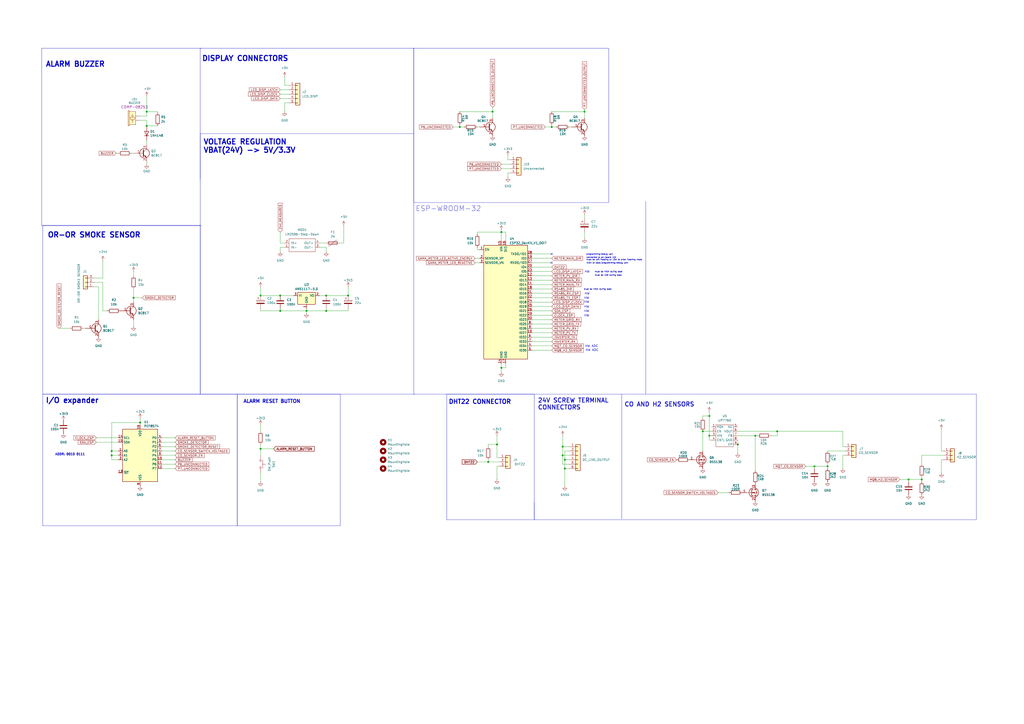
<source format=kicad_sch>
(kicad_sch (version 20231120) (generator "eeschema") (generator_version "8.0")
  (paper "A2")
  (junction (at 534.67 278.13))
  (junction (at -219.71 -52.07))
  (junction (at -257.81 223.52))
  (junction (at -266.7 231.14))
  (junction (at 283.21 267.97))
  (junction (at 201.93 171.45))
  (junction (at -303.53 52.07))
  (junction (at 327.66 271.78))
  (junction (at -210.82 129.54))
  (junction (at 427.99 257.81))
  (junction (at -196.85 143.51))
  (junction (at 527.05 278.13))
  (junction (at -210.82 165.1))
  (junction (at 189.23 180.34))
  (junction (at -196.85 165.1))
  (junction (at 480.06 270.51))
  (junction (at 450.85 250.19))
  (junction (at 339.09 64.77))
  (junction (at -303.53 44.45))
  (junction (at 290.83 134.62))
  (junction (at -257.81 43.18))
  (junction (at 162.56 180.34))
  (junction (at -290.83 52.07))
  (junction (at 64.77 264.16))
  (junction (at -257.81 231.14))
  (junction (at 326.39 259.08))
  (junction (at -187.96 -52.07))
  (junction (at 288.29 257.81))
  (junction (at -266.7 223.52))
  (junction (at -266.7 43.18))
  (junction (at 81.28 245.11))
  (junction (at 411.48 241.3))
  (junction (at -196.85 151.13))
  (junction (at -191.77 151.13))
  (junction (at -290.83 232.41))
  (junction (at 327.66 266.7))
  (junction (at 77.47 172.72))
  (junction (at -303.53 224.79))
  (junction (at 472.44 270.51))
  (junction (at -290.83 44.45))
  (junction (at 320.04 73.66))
  (junction (at -209.55 -52.07))
  (junction (at -226.06 146.05))
  (junction (at -290.83 224.79))
  (junction (at 326.39 264.16))
  (junction (at 151.13 260.35))
  (junction (at -248.92 146.05))
  (junction (at -266.7 50.8))
  (junction (at 177.8 180.34))
  (junction (at -191.77 165.1))
  (junction (at 411.48 252.73))
  (junction (at -257.81 50.8))
  (junction (at 285.75 64.77))
  (junction (at 189.23 171.45))
  (junction (at -303.53 232.41))
  (junction (at 64.77 261.62))
  (junction (at -186.69 144.78))
  (junction (at 266.7 73.66))
  (junction (at 151.13 171.45))
  (junction (at 162.56 171.45))
  (junction (at 85.09 73.025))
  (junction (at 438.15 252.73))
  (junction (at 290.83 213.36))
  (junction (at 85.09 64.77))
  (junction (at 407.67 250.19))
  (junction (at -209.55 21.59))
  (no_connect (at 320.04 152.4))
  (no_connect (at 320.04 147.32))
  (wire (pts (xy -200.66 151.13) (xy -196.85 151.13)))
  (wire (pts (xy -260.35 134.62) (xy -260.35 143.51)))
  (polyline (pts (xy 566.42 228.6) (xy 507.365 228.6)))
  (wire (pts (xy -184.15 15.24) (xy -184.15 -11.43)))
  (wire (pts (xy 276.86 73.66) (xy 278.13 73.66)))
  (wire (pts (xy -306.07 199.39) (xy -302.26 199.39)))
  (wire (pts (xy 339.09 63.5) (xy 339.09 64.77)))
  (wire (pts (xy 67.31 88.9) (xy 68.58 88.9)))
  (wire (pts (xy 54.61 166.37) (xy 57.15 166.37)))
  (wire (pts (xy 490.22 259.08) (xy 488.95 259.08)))
  (wire (pts (xy 85.09 67.31) (xy 85.09 64.77)))
  (wire (pts (xy 283.21 267.97) (xy 283.21 266.7)))
  (wire (pts (xy 534.67 264.16) (xy 547.37 264.16)))
  (wire (pts (xy 177.8 180.34) (xy 177.8 181.61)))
  (polyline (pts (xy 24.13 130.81) (xy 24.13 80.01)))
  (wire (pts (xy -177.8 3.81) (xy -177.8 8.89)))
  (wire (pts (xy 320.04 72.39) (xy 320.04 73.66)))
  (wire (pts (xy 285.75 62.23) (xy 285.75 64.77)))
  (wire (pts (xy 308.61 154.94) (xy 320.04 154.94)))
  (wire (pts (xy -196.85 129.54) (xy -210.82 129.54)))
  (wire (pts (xy -320.04 232.41) (xy -303.53 232.41)))
  (wire (pts (xy -196.85 139.7) (xy -196.85 143.51)))
  (wire (pts (xy -196.85 165.1) (xy -210.82 165.1)))
  (wire (pts (xy 151.13 171.45) (xy 162.56 171.45)))
  (wire (pts (xy -257.81 50.8) (xy -241.3 50.8)))
  (wire (pts (xy 196.85 140.97) (xy 199.39 140.97)))
  (wire (pts (xy 316.23 73.66) (xy 320.04 73.66)))
  (wire (pts (xy 320.04 180.34) (xy 308.61 180.34)))
  (wire (pts (xy 77.47 157.48) (xy 77.47 160.02)))
  (wire (pts (xy -170.18 146.05) (xy -175.26 146.05)))
  (wire (pts (xy 467.36 270.51) (xy 472.44 270.51)))
  (wire (pts (xy -186.69 144.78) (xy -172.72 144.78)))
  (wire (pts (xy 308.61 149.86) (xy 320.04 149.86)))
  (wire (pts (xy -295.91 143.51) (xy -298.45 143.51)))
  (wire (pts (xy 81.28 67.31) (xy 85.09 67.31)))
  (wire (pts (xy -295.91 0) (xy -298.45 0)))
  (wire (pts (xy 427.99 255.27) (xy 427.99 257.81)))
  (polyline (pts (xy 240.03 228.6) (xy 240.03 116.84)))
  (wire (pts (xy 55.88 254) (xy 68.58 254)))
  (wire (pts (xy -210.82 165.1) (xy -210.82 168.91)))
  (wire (pts (xy 290.83 213.36) (xy 293.37 213.36)))
  (wire (pts (xy -209.55 27.94) (xy -209.55 21.59)))
  (wire (pts (xy -299.72 148.59) (xy -295.91 148.59)))
  (wire (pts (xy -257.81 43.18) (xy -241.3 43.18)))
  (wire (pts (xy -252.73 5.08) (xy -252.73 -1.27)))
  (wire (pts (xy -266.7 50.8) (xy -257.81 50.8)))
  (wire (pts (xy -303.53 52.07) (xy -290.83 52.07)))
  (wire (pts (xy 77.47 172.72) (xy 77.47 175.26)))
  (wire (pts (xy -298.45 0) (xy -298.45 -7.62)))
  (wire (pts (xy -251.46 148.59) (xy -251.46 151.13)))
  (wire (pts (xy 290.83 213.36) (xy 290.83 215.9)))
  (wire (pts (xy 308.61 195.58) (xy 320.04 195.58)))
  (wire (pts (xy 158.75 260.35) (xy 151.13 260.35)))
  (wire (pts (xy -226.06 148.59) (xy -226.06 146.05)))
  (wire (pts (xy -290.83 233.68) (xy -290.83 232.41)))
  (wire (pts (xy 93.98 271.78) (xy 101.6 271.78)))
  (wire (pts (xy -266.7 223.52) (xy -266.7 220.98)))
  (wire (pts (xy 185.42 140.97) (xy 189.23 140.97)))
  (polyline (pts (xy 240.03 27.94) (xy 240.03 116.84)))
  (wire (pts (xy 534.67 278.13) (xy 534.67 279.4)))
  (wire (pts (xy 275.59 149.86) (xy 278.13 149.86)))
  (wire (pts (xy -266.7 48.26) (xy -267.97 48.26)))
  (wire (pts (xy 320.04 165.1) (xy 308.61 165.1)))
  (wire (pts (xy -196.85 21.59) (xy -187.96 21.59)))
  (polyline (pts (xy 116.205 77.47) (xy 240.03 77.47)))
  (wire (pts (xy -266.7 53.34) (xy -266.7 50.8)))
  (wire (pts (xy 320.04 64.77) (xy 339.09 64.77)))
  (wire (pts (xy 289.56 267.97) (xy 283.21 267.97)))
  (wire (pts (xy 165.1 59.69) (xy 167.64 59.69)))
  (polyline (pts (xy 116.84 130.81) (xy 24.13 130.81)))
  (wire (pts (xy -162.56 26.67) (xy -162.56 13.97)))
  (wire (pts (xy -177.8 8.89) (xy -189.23 8.89)))
  (wire (pts (xy 85.09 95.25) (xy 85.09 93.98)))
  (wire (pts (xy 290.83 133.35) (xy 290.83 134.62)))
  (wire (pts (xy 411.48 255.27) (xy 411.48 252.73)))
  (wire (pts (xy 546.1 266.7) (xy 547.37 266.7)))
  (wire (pts (xy -248.92 146.05) (xy -226.06 146.05)))
  (wire (pts (xy -266.7 45.72) (xy -266.7 43.18)))
  (wire (pts (xy 262.89 73.66) (xy 266.7 73.66)))
  (wire (pts (xy -288.29 45.72) (xy -290.83 45.72)))
  (wire (pts (xy -298.45 143.51) (xy -298.45 135.89)))
  (wire (pts (xy -257.81 223.52) (xy -241.3 223.52)))
  (wire (pts (xy 48.26 190.5) (xy 49.53 190.5)))
  (wire (pts (xy 412.75 255.27) (xy 411.48 255.27)))
  (wire (pts (xy -186.69 162.56) (xy -186.69 165.1)))
  (wire (pts (xy -266.7 50.8) (xy -266.7 48.26)))
  (wire (pts (xy 407.67 241.3) (xy 407.67 242.57)))
  (wire (pts (xy 546.1 274.32) (xy 546.1 266.7)))
  (wire (pts (xy -290.83 226.06) (xy -290.83 224.79)))
  (wire (pts (xy 326.39 264.16) (xy 326.39 259.08)))
  (wire (pts (xy -295.91 16.51) (xy -295.91 7.62)))
  (wire (pts (xy -250.19 8.89) (xy -250.19 2.54)))
  (wire (pts (xy 162.56 179.07) (xy 162.56 180.34)))
  (wire (pts (xy 330.2 259.08) (xy 326.39 259.08)))
  (wire (pts (xy 177.8 179.07) (xy 177.8 180.34)))
  (wire (pts (xy 472.44 270.51) (xy 480.06 270.51)))
  (wire (pts (xy 438.15 273.05) (xy 438.15 252.73)))
  (wire (pts (xy -233.68 -6.35) (xy -233.68 21.59)))
  (wire (pts (xy 412.75 250.19) (xy 407.67 250.19)))
  (wire (pts (xy 266.7 64.77) (xy 285.75 64.77)))
  (wire (pts (xy -184.15 26.67) (xy -184.15 22.86)))
  (wire (pts (xy 308.61 198.12) (xy 320.04 198.12)))
  (wire (pts (xy 162.56 54.61) (xy 167.64 54.61)))
  (wire (pts (xy -189.23 -31.75) (xy -182.88 -31.75)))
  (wire (pts (xy -248.92 185.42) (xy -270.51 185.42)))
  (wire (pts (xy 91.44 65.405) (xy 91.44 64.77)))
  (wire (pts (xy 68.58 266.7) (xy 64.77 266.7)))
  (polyline (pts (xy 566.42 301.498) (xy 566.42 228.6)))
  (wire (pts (xy 447.04 252.73) (xy 450.85 252.73)))
  (wire (pts (xy 450.85 250.19) (xy 488.95 250.19)))
  (wire (pts (xy -170.18 143.51) (xy -170.18 132.08)))
  (polyline (pts (xy 240.284 27.94) (xy 116.078 27.94)))
  (wire (pts (xy -210.82 158.75) (xy -210.82 165.1)))
  (wire (pts (xy 327.66 271.78) (xy 330.2 271.78)))
  (wire (pts (xy -260.35 16.51) (xy -260.35 7.62)))
  (wire (pts (xy -260.35 148.59) (xy -251.46 148.59)))
  (wire (pts (xy 283.21 259.08) (xy 283.21 257.81)))
  (wire (pts (xy 308.61 193.04) (xy 320.04 193.04)))
  (wire (pts (xy 339.09 124.46) (xy 339.09 127)))
  (wire (pts (xy -186.69 165.1) (xy -191.77 165.1)))
  (wire (pts (xy 521.97 278.13) (xy 527.05 278.13)))
  (wire (pts (xy 330.2 73.66) (xy 331.47 73.66)))
  (wire (pts (xy 151.13 171.45) (xy 151.13 166.37)))
  (wire (pts (xy 275.59 152.4) (xy 278.13 152.4)))
  (wire (pts (xy 64.77 245.11) (xy 81.28 245.11)))
  (wire (pts (xy 93.98 259.08) (xy 101.6 259.08)))
  (wire (pts (xy 276.86 144.78) (xy 276.86 143.51)))
  (wire (pts (xy 308.61 175.26) (xy 320.04 175.26)))
  (wire (pts (xy 201.93 180.34) (xy 201.93 179.07)))
  (wire (pts (xy 162.56 180.34) (xy 177.8 180.34)))
  (wire (pts (xy -251.46 143.51) (xy -220.98 143.51)))
  (wire (pts (xy 320.04 185.42) (xy 308.61 185.42)))
  (wire (pts (xy -267.97 226.06) (xy -266.7 226.06)))
  (wire (pts (xy -303.53 2.54) (xy -295.91 2.54)))
  (wire (pts (xy -219.71 -52.07) (xy -226.06 -52.07)))
  (wire (pts (xy 162.56 52.07) (xy 167.64 52.07)))
  (wire (pts (xy 288.29 270.51) (xy 289.56 270.51)))
  (wire (pts (xy 165.1 140.97) (xy 162.56 140.97)))
  (wire (pts (xy -290.83 48.26) (xy -288.29 48.26)))
  (polyline (pts (xy -278.13 246.38) (xy -278.384 108.458)) (stroke (width 1) (type dash)))
  (wire (pts (xy -248.92 146.05) (xy -248.92 185.42)))
  (wire (pts (xy -184.15 -11.43) (xy -189.23 -11.43)))
  (wire (pts (xy 85.09 69.85) (xy 85.09 73.025)))
  (wire (pts (xy 278.13 144.78) (xy 276.86 144.78)))
  (wire (pts (xy 85.09 64.77) (xy 85.09 55.88)))
  (wire (pts (xy -186.69 144.78) (xy -186.69 154.94)))
  (wire (pts (xy 295.91 92.71) (xy 294.64 92.71)))
  (wire (pts (xy 77.47 189.23) (xy 77.47 185.42)))
  (wire (pts (xy 411.48 252.73) (xy 412.75 252.73)))
  (wire (pts (xy 177.8 180.34) (xy 189.23 180.34)))
  (wire (pts (xy 293.37 213.36) (xy 293.37 210.82)))
  (wire (pts (xy 320.04 172.72) (xy 308.61 172.72)))
  (wire (pts (xy -210.82 125.73) (xy -210.82 129.54)))
  (wire (pts (xy -187.96 3.81) (xy -187.96 21.59)))
  (wire (pts (xy 93.98 264.16) (xy 101.6 264.16)))
  (wire (pts (xy -290.83 44.45) (xy -290.83 40.64)))
  (wire (pts (xy -320.04 52.07) (xy -303.53 52.07)))
  (wire (pts (xy 308.61 177.8) (xy 320.04 177.8)))
  (wire (pts (xy -187.96 -19.05) (xy -189.23 -19.05)))
  (polyline (pts (xy 374.65 228.6) (xy 374.65 213.36)))
  (wire (pts (xy -233.68 21.59) (xy -222.25 21.59)))
  (wire (pts (xy 480.06 270.51) (xy 480.06 269.24)))
  (wire (pts (xy 327.66 266.7) (xy 327.66 261.62)))
  (wire (pts (xy 427.99 250.19) (xy 450.85 250.19)))
  (wire (pts (xy -219.71 -52.07) (xy -219.71 -50.8)))
  (wire (pts (xy -320.04 224.79) (xy -303.53 224.79)))
  (wire (pts (xy -251.46 146.05) (xy -251.46 143.51)))
  (wire (pts (xy -320.04 44.45) (xy -303.53 44.45)))
  (polyline (pts (xy 116.205 228.6) (xy 116.205 154.305)))
  (wire (pts (xy 77.47 167.64) (xy 77.47 172.72)))
  (wire (pts (xy 93.98 266.7) (xy 101.6 266.7)))
  (wire (pts (xy 68.58 256.54) (xy 55.88 256.54)))
  (wire (pts (xy -187.96 -58.42) (xy -187.96 -52.07)))
  (wire (pts (xy 93.98 269.24) (xy 101.6 269.24)))
  (wire (pts (xy 308.61 170.18) (xy 320.04 170.18)))
  (wire (pts (xy -209.55 -52.07) (xy -219.71 -52.07)))
  (wire (pts (xy 320.04 162.56) (xy 308.61 162.56)))
  (wire (pts (xy -303.53 5.08) (xy -295.91 5.08)))
  (wire (pts (xy 308.61 187.96) (xy 320.04 187.96)))
  (wire (pts (xy 320.04 182.88) (xy 308.61 182.88)))
  (wire (pts (xy -248.92 133.35) (xy -248.92 129.54)))
  (wire (pts (xy 199.39 140.97) (xy 199.39 130.81)))
  (wire (pts (xy -266.7 233.68) (xy -266.7 231.14)))
  (wire (pts (xy 162.56 134.62) (xy 162.56 140.97)))
  (wire (pts (xy -170.18 152.4) (xy -170.18 151.13)))
  (wire (pts (xy 189.23 143.51) (xy 185.42 143.51)))
  (wire (pts (xy -191.77 151.13) (xy -191.77 154.94)))
  (wire (pts (xy -189.23 -24.13) (xy -182.88 -24.13)))
  (wire (pts (xy 411.48 241.3) (xy 411.48 252.73)))
  (wire (pts (xy 165.1 49.53) (xy 165.1 44.45)))
  (wire (pts (xy -200.66 143.51) (xy -196.85 143.51)))
  (wire (pts (xy 85.09 81.28) (xy 85.09 83.82)))
  (wire (pts (xy 320.04 167.64) (xy 308.61 167.64)))
  (wire (pts (xy 162.56 143.51) (xy 165.1 143.51)))
  (wire (pts (xy 64.77 264.16) (xy 64.77 261.62)))
  (wire (pts (xy 151.13 257.81) (xy 151.13 260.35)))
  (wire (pts (xy -229.87 -6.35) (xy -233.68 -6.35)))
  (polyline (pts (xy -278.638 68.326) (xy -278.638 -69.596)) (stroke (width 1) (type dash)))
  (wire (pts (xy 416.56 285.75) (xy 422.91 285.75)))
  (polyline (pts (xy 24.13 27.94) (xy 116.84 27.94)))
  (wire (pts (xy 151.13 246.38) (xy 151.13 250.19)))
  (wire (pts (xy 330.2 269.24) (xy 326.39 269.24)))
  (wire (pts (xy 294.64 92.71) (xy 294.64 90.17)))
  (wire (pts (xy 64.77 261.62) (xy 64.77 245.11)))
  (wire (pts (xy 472.44 270.51) (xy 472.44 271.78)))
  (wire (pts (xy -233.68 -31.75) (xy -229.87 -31.75)))
  (wire (pts (xy 276.86 135.89) (xy 276.86 134.62)))
  (wire (pts (xy -251.46 151.13) (xy -220.98 151.13)))
  (wire (pts (xy -214.63 21.59) (xy -209.55 21.59)))
  (wire (pts (xy 308.61 160.02) (xy 320.04 160.02)))
  (wire (pts (xy -266.7 231.14) (xy -257.81 231.14)))
  (wire (pts (xy -162.56 3.81) (xy -177.8 3.81)))
  (wire (pts (xy 54.61 161.29) (xy 59.69 161.29)))
  (wire (pts (xy -266.7 226.06) (xy -266.7 223.52)))
  (polyline (pts (xy 240.665 228.6) (xy 116.205 228.6)))
  (wire (pts (xy 59.69 163.83) (xy 59.69 180.34)))
  (wire (pts (xy 320.04 147.32) (xy 308.61 147.32)))
  (wire (pts (xy 151.13 179.07) (xy 151.13 180.34)))
  (wire (pts (xy 450.85 252.73) (xy 450.85 250.19)))
  (wire (pts (xy 411.48 241.3) (xy 407.67 241.3)))
  (wire (pts (xy 151.13 274.32) (xy 151.13 279.4)))
  (wire (pts (xy -294.64 194.31) (xy -294.64 190.5)))
  (wire (pts (xy 201.93 171.45) (xy 201.93 166.37)))
  (wire (pts (xy -290.83 45.72) (xy -290.83 44.45)))
  (wire (pts (xy 276.86 267.97) (xy 283.21 267.97)))
  (wire (pts (xy 320.04 73.66) (xy 322.58 73.66)))
  (wire (pts (xy 290.83 97.79) (xy 295.91 97.79)))
  (wire (pts (xy 64.77 266.7) (xy 64.77 264.16)))
  (polyline (pts (xy 24.13 80.01) (xy 24.13 27.94)))
  (wire (pts (xy -260.35 146.05) (xy -251.46 146.05)))
  (wire (pts (xy -290.83 224.79) (xy -290.83 220.98)))
  (polyline (pts (xy 116.205 154.305) (xy 116.205 77.47)))
  (wire (pts (xy -252.73 -1.27) (xy -229.87 -1.27)))
  (wire (pts (xy 91.44 73.025) (xy 85.09 73.025)))
  (wire (pts (xy -191.77 162.56) (xy -191.77 165.1)))
  (wire (pts (xy -209.55 -52.07) (xy -187.96 -52.07)))
  (wire (pts (xy -170.18 148.59) (xy -172.72 148.59)))
  (wire (pts (xy 77.47 172.72) (xy 82.55 172.72)))
  (wire (pts (xy 93.98 261.62) (xy 101.6 261.62)))
  (wire (pts (xy -316.23 199.39) (xy -313.69 199.39)))
  (wire (pts (xy -270.51 190.5) (xy -270.51 194.31)))
  (wire (pts (xy 534.67 264.16) (xy 534.67 269.24)))
  (wire (pts (xy -260.35 2.54) (xy -250.19 2.54)))
  (wire (pts (xy 64.77 261.62) (xy 68.58 261.62)))
  (wire (pts (xy 283.21 257.81) (xy 288.29 257.81)))
  (wire (pts (xy -196.85 151.13) (xy -196.85 154.94)))
  (wire (pts (xy -187.96 -52.07) (xy -187.96 -45.72)))
  (wire (pts (xy 276.86 134.62) (xy 290.83 134.62)))
  (wire (pts (xy 294.64 102.87) (xy 294.64 100.33)))
  (wire (pts (xy 266.7 72.39) (xy 266.7 73.66)))
  (wire (pts (xy 320.04 200.66) (xy 308.61 200.66)))
  (wire (pts (xy 57.15 166.37) (xy 57.15 185.42)))
  (wire (pts (xy 167.64 49.53) (xy 165.1 49.53)))
  (wire (pts (xy 59.69 161.29) (xy 59.69 151.13)))
  (wire (pts (xy -288.29 226.06) (xy -290.83 226.06)))
  (wire (pts (xy -266.7 231.14) (xy -266.7 228.6)))
  (wire (pts (xy 488.95 271.78) (xy 488.95 264.16)))
  (wire (pts (xy 288.29 257.81) (xy 288.29 265.43)))
  (wire (pts (xy 320.04 152.4) (xy 308.61 152.4)))
  (wire (pts (xy 64.77 264.16) (xy 68.58 264.16)))
  (wire (pts (xy 151.13 260.35) (xy 151.13 264.16)))
  (wire (pts (xy -303.53 224.79) (xy -290.83 224.79)))
  (wire (pts (xy 93.98 256.54) (xy 101.6 256.54)))
  (wire (pts (xy 290.83 134.62) (xy 290.83 139.7)))
  (wire (pts (xy -226.06 146.05) (xy -220.98 146.05)))
  (wire (pts (xy -189.23 3.81) (xy -187.96 3.81)))
  (wire (pts (xy 81.28 242.57) (xy 81.28 245.11)))
  (wire (pts (xy 288.29 278.13) (xy 288.29 270.51)))
  (wire (pts (xy 59.69 180.34) (xy 62.23 180.34)))
  (wire (pts (xy -196.85 162.56) (xy -196.85 165.1)))
  (wire (pts (xy -266.7 43.18) (xy -257.81 43.18)))
  (wire (pts (xy 81.28 69.85) (xy 85.09 69.85)))
  (wire (pts (xy -267.97 45.72) (xy -266.7 45.72)))
  (wire (pts (xy 427.99 252.73) (xy 438.15 252.73)))
  (wire (pts (xy 85.09 73.025) (xy 85.09 73.66)))
  (wire (pts (xy 285.75 64.77) (xy 285.75 68.58)))
  (wire (pts (xy 480.06 261.62) (xy 490.22 261.62)))
  (wire (pts (xy -290.83 232.41) (xy -290.83 228.6)))
  (wire (pts (xy 339.09 64.77) (xy 339.09 68.58)))
  (wire (pts (xy -295.91 160.02) (xy -295.91 151.13)))
  (wire (pts (xy 308.61 190.5) (xy 320.04 190.5)))
  (wire (pts (xy -250.19 8.89) (xy -229.87 8.89)))
  (wire (pts (xy -266.7 43.18) (xy -266.7 40.64)))
  (wire (pts (xy 189.23 143.51) (xy 189.23 146.05)))
  (wire (pts (xy 326.39 252.73) (xy 326.39 259.08)))
  (wire (pts (xy -290.83 53.34) (xy -290.83 52.07)))
  (wire (pts (xy -196.85 151.13) (xy -191.77 151.13)))
  (polyline (pts (xy 346.71 228.6) (xy 240.03 228.6)))
  (wire (pts (xy 438.15 252.73) (xy 439.42 252.73)))
  (wire (pts (xy -175.26 146.05) (xy -175.26 151.13)))
  (wire (pts (xy -303.53 232.41) (xy -290.83 232.41)))
  (wire (pts (xy 290.83 95.25) (xy 295.91 95.25)))
  (polyline (pts (xy -313.69 186.69) (xy -313.69 186.69)))
  (wire (pts (xy -172.72 148.59) (xy -172.72 144.78)))
  (wire (pts (xy 54.61 163.83) (xy 59.69 163.83)))
  (wire (pts (xy 534.67 278.13) (xy 534.67 276.86)))
  (wire (pts (xy -260.35 -8.89) (xy -260.35 0)))
  (wire (pts (xy 93.98 254) (xy 101.6 254)))
  (wire (pts (xy -226.06 -52.07) (xy -226.06 -50.8)))
  (wire (pts (xy 151.13 180.34) (xy 162.56 180.34)))
  (wire (pts (xy 327.66 271.78) (xy 327.66 266.7)))
  (wire (pts (xy -294.64 177.8) (xy -294.64 185.42)))
  (wire (pts (xy 327.66 271.78) (xy 327.66 281.94)))
  (wire (pts (xy -303.53 44.45) (xy -290.83 44.45)))
  (wire (pts (xy 34.29 190.5) (xy 40.64 190.5)))
  (wire (pts (xy -266.7 223.52) (xy -257.81 223.52)))
  (wire (pts (xy -260.35 5.08) (xy -252.73 5.08)))
  (wire (pts (xy 407.67 250.19) (xy 407.67 261.62)))
  (wire (pts (xy 527.05 278.13) (xy 534.67 278.13)))
  (wire (pts (xy 189.23 180.34) (xy 189.23 179.07)))
  (wire (pts (xy 480.06 270.51) (xy 480.06 271.78)))
  (wire (pts (xy 91.44 64.77) (xy 85.09 64.77)))
  (wire (pts (xy 293.37 139.7) (xy 293.37 134.62)))
  (wire (pts (xy 289.56 265.43) (xy 288.29 265.43)))
  (wire (pts (xy 288.29 252.73) (xy 288.29 257.81)))
  (wire (pts (xy 189.23 180.34) (xy 201.93 180.34)))
  (wire (pts (xy 527.05 278.13) (xy 527.05 279.4)))
  (wire (pts (xy -248.92 140.97) (xy -248.92 146.05)))
  (wire (pts (xy -209.55 21.59) (xy -204.47 21.59)))
  (wire (pts (xy 411.48 238.76) (xy 411.48 241.3)))
  (wire (pts (xy 290.83 134.62) (xy 293.37 134.62)))
  (wire (pts (xy 326.39 269.24) (xy 326.39 264.16)))
  (wire (pts (xy -294.64 185.42) (xy -285.75 185.42)))
  (wire (pts (xy -290.83 228.6) (xy -288.29 228.6)))
  (wire (pts (xy -196.85 143.51) (xy -186.69 143.51)))
  (wire (pts (xy -209.55 -52.07) (xy -209.55 -39.37)))
  (wire (pts (xy -196.85 132.08) (xy -196.85 129.54)))
  (wire (pts (xy 327.66 261.62) (xy 330.2 261.62)))
  (wire (pts (xy -210.82 129.54) (xy -210.82 135.89)))
  (wire (pts (xy -287.02 190.5) (xy -285.75 190.5)))
  (wire (pts (xy 162.56 171.45) (xy 170.18 171.45)))
  (wire (pts (xy 308.61 157.48) (xy 320.04 157.48)))
  (wire (pts (xy -233.68 -24.13) (xy -229.87 -24.13)))
  (wire (pts (xy -191.77 151.13) (xy -175.26 151.13)))
  (wire (pts (xy 330.2 264.16) (xy 326.39 264.16)))
  (wire (pts (xy 547.37 261.62) (xy 546.1 261.62)))
  (wire (pts (xy -299.72 146.05) (xy -295.91 146.05)))
  (wire (pts (xy 488.95 264.16) (xy 490.22 264.16)))
  (wire (pts (xy 162.56 57.15) (xy 167.64 57.15)))
  (wire (pts (xy 427.99 257.81) (xy 427.99 262.89)))
  (wire (pts (xy -226.06 -43.18) (xy -226.06 -40.64)))
  (wire (pts (xy 290.83 210.82) (xy 290.83 213.36)))
  (wire (pts (xy -290.83 52.07) (xy -290.83 48.26)))
  (wire (pts (xy -219.71 -43.18) (xy -219.71 -40.64)))
  (wire (pts (xy 266.7 73.66) (xy 269.24 73.66)))
  (wire (pts (xy -191.77 165.1) (xy -196.85 165.1)))
  (polyline (pts (xy 309.88 291.592) (xy 309.88 301.498)))
  (wire (pts (xy -187.96 -38.1) (xy -187.96 -19.05)))
  (wire (pts (xy 294.64 100.33) (xy 295.91 100.33)))
  (wire (pts (xy 165.1 64.77) (xy 165.1 59.69)))
  (wire (pts (xy -257.81 231.14) (xy -241.3 231.14)))
  (wire (pts (xy 162.56 146.05) (xy 162.56 143.51)))
  (polyline (pts (xy 374.65 116.84) (xy 374.65 213.36)))
  (wire (pts (xy 339.09 134.62) (xy 339.09 138.43)))
  (polyline (pts (xy 116.078 27.94) (xy 116.078 103.886)))
  (wire (pts (xy 308.61 203.2) (xy 320.04 203.2)))
  (polyline (pts (xy 309.88 301.498) (xy 566.42 301.498)))
  (wire (pts (xy 327.66 266.7) (xy 330.2 266.7)))
  (wire (pts (xy -189.23 -1.27) (xy -162.56 -1.27)))
  (wire (pts (xy 185.42 171.45) (xy 189.23 171.45)))
  (wire (pts (xy -260.35 160.02) (xy -260.35 151.13)))
  (wire (pts (xy -186.69 144.78) (xy -186.69 143.51)))
  (wire (pts (xy -220.98 148.59) (xy -226.06 148.59)))
  (wire (pts (xy -248.92 129.54) (xy -210.82 129.54)))
  (wire (pts (xy -266.7 228.6) (xy -267.97 228.6)))
  (wire (pts (xy 546.1 248.92) (xy 546.1 261.62)))
  (wire (pts (xy 81.28 245.11) (xy 81.28 246.38)))
  (wire (pts (xy 488.95 250.19) (xy 488.95 259.08)))
  (polyline (pts (xy 360.68 228.6) (xy 360.68 300.99)))
  (polyline (pts (xy 507.365 228.6) (xy 346.71 228.6)))
  (wire (pts (xy 76.2 88.9) (xy 77.47 88.9)))
  (wire (pts (xy 201.93 171.45) (xy 189.23 171.45)))
  (rectangle (start 24.765 130.81) (end 116.205 228.6))
  (rectangle (start -335.534 108.204) (end -136.144 246.634))
  (rectangle (start -331.47 -69.85) (end -132.08 68.58))
  (rectangle (start 137.668 228.6) (end 197.358 305.054))
  (rectangle (start 259.08 228.6) (end 309.88 301.498))
  (rectangle (start 24.765 228.6) (end 137.668 305.054))
  (rectangle (start 240.03 27.94) (end 353.06 117.475))
  (text "programming/debug uart" (at 340.106 147.574 0) (effects (font (size 0.8 0.8)) (justify left)))
  (text "HW" (at 340.36 175.26 0) (effects (font (size 1.27 1.27))))
  (text "HW" (at 340.36 183.134 0) (effects (font (size 1.27 1.27))))
  (text "ADDR: 0010 0111" (at 40.64 263.652 0) (effects (font (size 1.27 1.27) (bold yes))))
  (text "DHT22 CONNECTOR" (at 278.384 233.172 0) (effects (font (size 2.5 2.5) (bold yes))))
  (text "OR-OR SMOKE SENSOR" (at 54.61 136.398 0) (effects (font (size 3 3) (thickness 0.6) (bold yes))))
  (text "HW" (at 340.36 172.974 0) (effects (font (size 1.27 1.27))))
  (text "ESP-WROOM-32" (at 260.096 121.158 0) (effects (font (size 3 3))))
  (text "I/O expander" (at 41.91 232.41 0) (effects (font (size 3 3) (thickness 0.6) (bold yes))))
  (text "HW" (at 340.614 157.734 0) (effects (font (size 1.27 1.27))))
  (text "must be HIGH during boot\n" (at 344.932 157.734 0) (effects (font (size 0.8 0.8)) (justify left)))
  (text "HW" (at 340.36 180.594 0) (effects (font (size 1.27 1.27))))
  (text "/RE - Receiver Output Enable Active LOW" (at -310.388 125.476 0) (effects (font (size 1.27 1.27))))
  (text " HIGH at boot/programming/debug uart" (at 339.598 152.654 0) (effects (font (size 0.8 0.8)) (justify left)))
  (text "HW ADC" (at 343.154 200.914 0) (effects (font (size 1.27 1.27))))
  (text "MAX232\nTTL<->RS232" (at -271.78 -21.844 0) (effects (font (size 2.2 2.2)) (justify left)))
  (text "HW ADC" (at 343.408 203.2 0) (effects (font (size 1.27 1.27))))
  (text "must be LOW during boot\n" (at 344.932 159.766 0) (effects (font (size 0.8 0.8)) (justify left)))
  (text "DISPLAY CONNECTORS" (at 142.24 34.036 0) (effects (font (size 3 3) (thickness 0.6) (bold yes))))
  (text "must be HIGH during boot\n" (at 338.582 167.894 0) (effects (font (size 0.8 0.8)) (justify left)))
  (text "connected to on-board LED\nmust be left floating or LOW to enter flashing mode" (at 340.106 150.114 0) (effects (font (size 0.8 0.8)) (justify left)))
  (text "/RE - Receiver Output Enable Active LOW" (at -186.944 168.656 0) (effects (font (size 1.27 1.27))))
  (text "ALARM RESET BUTTON" (at 157.734 232.918 0) (effects (font (size 2 2) (bold yes))))
  (text "/RE - Receiver Output Enable Active LOW" (at -278.13 26.67 0) (effects (font (size 1.27 1.27))))
  (text "HW" (at 340.614 170.434 0) (effects (font (size 1.27 1.27))))
  (text "CO AND H2 SENSORS" (at 382.524 234.696 0) (effects (font (size 2.5 2.5) (thickness 0.4) (bold yes))))
  (text "ALARM BUZZER" (at 43.688 37.338 0) (effects (font (size 3 3) (thickness 0.6) (bold yes))))
  (text "HW" (at 340.36 178.054 0) (effects (font (size 1.27 1.27))))
  (text "24V SCREW TERMINAL\nCONNECTORS" (at 311.912 234.442 0) (effects (font (size 2.5 2.5) (thickness 0.4) (bold yes)) (justify left)))
  (text "VOLTAGE REGULATION\nVBAT(24V) -> 5V/3.3V" (at 117.856 84.836 0) (effects (font (size 3 3) (thickness 0.6) (bold yes)) (justify left)))
  (label "RS485_B" (at -185.42 144.78 0))
  (label "RS485_A" (at -185.42 151.13 0))
  (label "INV_RX_RS232" (at -177.8 -1.27 0))
  (label "INV_TX_RS232" (at -177.8 3.81 0))
  (global_label "SDA_ESP" (shape input) (at 320.04 180.34 0) (property "Intersheetrefs" "${INTERSHEET_REFS}" (effects (hide yes))))
  (global_label "INVERTER_TX" (shape input) (at -303.53 5.08 180) (property "Intersheetrefs" "${INTERSHEET_REFS}" (effects (hide yes))))
  (global_label "RS485_TX_ESP" (shape input) (at -299.72 148.59 180) (property "Intersheetrefs" "${INTERSHEET_REFS}" (effects (hide yes))))
  (global_label "ALARM_RESET_BUTTON" (shape input) (at 158.75 260.35 0) (effects (font (bold yes))) (property "Intersheetrefs" "${INTERSHEET_REFS}" (effects (hide yes))))
  (global_label "MQ8_H2_SENSOR" (shape input) (at 521.97 278.13 180) (property "Intersheetrefs" "${INTERSHEET_REFS}" (effects (hide yes))))
  (global_label "METER_GRID_RX" (shape input) (at 320.04 185.42 0) (property "Intersheetrefs" "${INTERSHEET_REFS}" (effects (hide yes))))
  (global_label "SMOKE_DETECTOR_RESET" (shape input) (at 34.29 190.5 90) (property "Intersheetrefs" "${INTERSHEET_REFS}" (effects (hide yes))))
  (global_label "INVERTER_RX" (shape input) (at 320.04 198.12 0) (property "Intersheetrefs" "${INTERSHEET_REFS}" (effects (hide yes))))
  (global_label "P7_UNCONNECTED" (shape input) (at 316.23 73.66 180) (property "Intersheetrefs" "${INTERSHEET_REFS}" (effects (hide yes))))
  (global_label "RS485_RX_ESP" (shape input) (at 320.04 170.18 0) (property "Intersheetrefs" "${INTERSHEET_REFS}" (effects (hide yes))))
  (global_label "SMOKE_DETECTOR" (shape input) (at 82.55 172.72 0) (property "Intersheetrefs" "${INTERSHEET_REFS}" (effects (hide yes))))
  (global_label "LCD_DISP_DATA" (shape input) (at 320.04 177.8 0) (property "Intersheetrefs" "${INTERSHEET_REFS}" (effects (hide yes))))
  (global_label "METER_PV_TX" (shape input) (at 320.04 193.04 0) (property "Intersheetrefs" "${INTERSHEET_REFS}" (effects (hide yes))))
  (global_label "LCD_DISP_DATA" (shape input) (at 162.56 57.15 180) (property "Intersheetrefs" "${INTERSHEET_REFS}" (effects (hide yes))))
  (global_label "SMOKE_DETECTOR_RESET" (shape input) (at 101.6 259.08 0) (property "Intersheetrefs" "${INTERSHEET_REFS}" (effects (hide yes))))
  (global_label "RS485_DIR" (shape input) (at 320.04 167.64 0) (property "Intersheetrefs" "${INTERSHEET_REFS}" (effects (hide yes))))
  (global_label "CLOCK_ESP" (shape input) (at 320.04 182.88 0) (property "Intersheetrefs" "${INTERSHEET_REFS}" (effects (hide yes))))
  (global_label "METER_MAIN_DIR" (shape input) (at 320.04 149.86 0) (property "Intersheetrefs" "${INTERSHEET_REFS}" (effects (hide yes))))
  (global_label "METER_MAIN_RX" (shape input) (at 320.04 162.56 0) (property "Intersheetrefs" "${INTERSHEET_REFS}" (effects (hide yes))))
  (global_label "ALARM_RESET_BUTTON" (shape input) (at 101.6 254 0) (property "Intersheetrefs" "${INTERSHEET_REFS}" (effects (hide yes))))
  (global_label "METER_GRID_TX" (shape input) (at 320.04 187.96 0) (property "Intersheetrefs" "${INTERSHEET_REFS}" (effects (hide yes))))
  (global_label "RS485_DIR" (shape input) (at -316.23 199.39 180) (property "Intersheetrefs" "${INTERSHEET_REFS}" (effects (hide yes))))
  (global_label "P6_UNCONNECTED_OUTPUT" (shape input) (at 285.75 62.23 90) (property "Intersheetrefs" "${INTERSHEET_REFS}" (effects (hide yes))))
  (global_label "MQ8_H2_SENSOR" (shape input) (at 320.04 203.2 0) (property "Intersheetrefs" "${INTERSHEET_REFS}" (effects (hide yes))))
  (global_label "RS485_RX_ESP" (shape input) (at -299.72 146.05 180) (property "Intersheetrefs" "${INTERSHEET_REFS}" (effects (hide yes))))
  (global_label "SDA_ESP" (shape input) (at 55.88 256.54 180) (property "Intersheetrefs" "${INTERSHEET_REFS}" (effects (hide yes))))
  (global_label "CO_SENSOR_SWITCH_VOLTAGES" (shape input) (at 101.6 261.62 0) (property "Intersheetrefs" "${INTERSHEET_REFS}" (effects (hide yes))))
  (global_label "BUZZER" (shape input) (at 101.6 266.7 0) (property "Intersheetrefs" "${INTERSHEET_REFS}" (effects (hide yes))))
  (global_label "METER_PV_DIR" (shape input) (at 320.04 160.02 0) (property "Intersheetrefs" "${INTERSHEET_REFS}" (effects (hide yes))))
  (global_label "INVERTER_TX" (shape input) (at 320.04 195.58 0) (property "Intersheetrefs" "${INTERSHEET_REFS}" (effects (hide yes))))
  (global_label "DHT22" (shape input) (at 320.04 154.94 0) (property "Intersheetrefs" "${INTERSHEET_REFS}" (effects (hide yes))))
  (global_label "MQ7_CO_SENSOR" (shape input) (at 467.36 270.51 180) (property "Intersheetrefs" "${INTERSHEET_REFS}" (effects (hide yes))))
  (global_label "P6_UNCONNECTED" (shape input) (at 262.89 73.66 180) (property "Intersheetrefs" "${INTERSHEET_REFS}" (effects (hide yes))))
  (global_label "LCD_DISP_CLOCK" (shape input) (at 162.56 54.61 180) (property "Intersheetrefs" "${INTERSHEET_REFS}" (effects (hide yes))))
  (global_label "GAMA_METER_LED_REACTIVE" (shape input) (at 275.59 152.4 180) (property "Intersheetrefs" "${INTERSHEET_REFS}" (effects (hide yes))))
  (global_label "P7_UNCONNECTED" (shape input) (at 101.6 271.78 0) (property "Intersheetrefs" "${INTERSHEET_REFS}" (effects (hide yes))))
  (global_label "24V_MEASURED" (shape input) (at 162.56 134.62 90) (property "Intersheetrefs" "${INTERSHEET_REFS}" (effects (hide yes))))
  (global_label "CLOCK_ESP" (shape input) (at 55.88 254 180) (property "Intersheetrefs" "${INTERSHEET_REFS}" (effects (hide yes))))
  (global_label "SMOKE_DETECTOR" (shape input) (at 101.6 256.54 0) (property "Intersheetrefs" "${INTERSHEET_REFS}" (effects (hide yes))))
  (global_label "P7_UNCONNECTED_OUTPUT" (shape input) (at 339.09 63.5 90) (property "Intersheetrefs" "${INTERSHEET_REFS}" (effects (hide yes))))
  (global_label "GAMA_METER_LED_ACTIVE_ENERGY" (shape input) (at 275.59 149.86 180) (property "Intersheetrefs" "${INTERSHEET_REFS}" (effects (hide yes))))
  (global_label "P6_UNCONNECTED" (shape input) (at 290.83 95.25 180) (property "Intersheetrefs" "${INTERSHEET_REFS}" (effects (hide yes))))
  (global_label "MQ7_CO_SENSOR" (shape input) (at 320.04 200.66 0) (property "Intersheetrefs" "${INTERSHEET_REFS}" (effects (hide yes))))
  (global_label "METER_PV_RX" (shape input) (at 320.04 190.5 0) (property "Intersheetrefs" "${INTERSHEET_REFS}" (effects (hide yes))))
  (global_label "METER_MAIN_TX" (shape input) (at 320.04 165.1 0) (property "Intersheetrefs" "${INTERSHEET_REFS}" (effects (hide yes))))
  (global_label "CO_SENSOR_SWITCH_VOLTAGES" (shape input) (at 416.56 285.75 180) (property "Intersheetrefs" "${INTERSHEET_REFS}" (effects (hide yes))))
  (global_label "LCD_DISP_LATCH" (shape input) (at 320.04 157.48 0) (property "Intersheetrefs" "${INTERSHEET_REFS}" (effects (hide yes))))
  (global_label "INVERTER_RX" (shape input) (at -303.53 2.54 180) (property "Intersheetrefs" "${INTERSHEET_REFS}" (effects (hide yes))))
  (global_label "LCD_DISP_LATCH" (shape input) (at 162.56 52.07 180) (property "Intersheetrefs" "${INTERSHEET_REFS}" (effects (hide yes))))
  (global_label "DHT22" (shape input) (at 276.86 267.97 180) (effects (font (bold yes))) (property "Intersheetrefs" "${INTERSHEET_REFS}" (effects (hide yes))))
  (global_label "RS485_TX_ESP" (shape input) (at 320.04 172.72 0) (property "Intersheetrefs" "${INTERSHEET_REFS}" (effects (hide yes))))
  (global_label "LCD_DISP_CLOCK" (shape input) (at 320.04 175.26 0) (property "Intersheetrefs" "${INTERSHEET_REFS}" (effects (hide yes))))
  (global_label "P7_UNCONNECTED" (shape input) (at 290.83 97.79 180) (property "Intersheetrefs" "${INTERSHEET_REFS}" (effects (hide yes))))
  (global_label "P6_UNCONNECTED" (shape input) (at 101.6 269.24 0) (property "Intersheetrefs" "${INTERSHEET_REFS}" (effects (hide yes))))
  (global_label "CO_SENSOR_EN" (shape input) (at 101.6 264.16 0) (property "Intersheetrefs" "${INTERSHEET_REFS}" (effects (hide yes))))
  (global_label "BUZZER" (shape input) (at 67.31 88.9 180) (property "Intersheetrefs" "${INTERSHEET_REFS}" (effects (hide yes))))
  (global_label "CO_SENSOR_EN" (shape input) (at 392.43 266.7 180) (property "Intersheetrefs" "${INTERSHEET_REFS}" (effects (hide yes))))
  (symbol (lib_id "Device:R") (at 77.47 163.83 180) (unit 1)
    (property "Reference" "R4" (at 80.01 162.5599 0) (effects (justify right)))
    (property "Value" "10k" (at 80.01 165.0999 0) (effects (justify right)))
    (property "Footprint" "Resistor_SMD:R_0805_2012Metric_Pad1.20x1.40mm_HandSolder" (effects (hide yes)))
    (property "Description" "Resistor" (effects (hide yes)))
  )
  (symbol (lib_id "power:GND") (at -270.51 194.31 0) (unit 1)
    (property "Reference" "#PWR096" (effects (hide yes)))
    (property "Value" "GND_RS485" (at -270.764 198.374 0))
    (property "Description" "Power symbol creates a global label with name \"GND\" , ground" (effects (hide yes)))
  )
  (symbol (lib_id "Switch:SW_Push") (at 151.13 269.24 270) (unit 1)
    (property "Reference" "SW1" (at 158.75 269.24 0))
    (property "Value" "SW_Push" (at 156.21 269.24 0))
    (property "Footprint" "Connector_JST:JST_XA_B02B-XASK-1_1x02_P2.50mm_Vertical" (effects (hide yes)))
    (property "Description" "Push button switch, generic, two pins" (effects (hide yes)))
  )
  (symbol (lib_id "power:+5V") (at -187.96 -58.42 0) (unit 1)
    (property "Reference" "#PWR047" (effects (hide yes)))
    (property "Value" "+5V_INV" (at -187.96 -63.5 0))
    (property "Description" "Power symbol creates a global label with name \"+5V\"" (effects (hide yes)))
  )
  (symbol (lib_id "power:GND") (at 294.64 102.87 0) (unit 1)
    (property "Reference" "#PWR083" (effects (hide yes)))
    (property "Value" "GND" (at 294.64 107.95 0))
    (property "Description" "Power symbol creates a global label with name \"GND\" , ground" (effects (hide yes)))
  )
  (symbol (lib_id "Transistor_BJT:BC817") (at 74.93 180.34 0) (unit 1)
    (property "Reference" "Q2" (at 80.01 179.0699 0) (effects (justify left)))
    (property "Value" "BC817" (at 80.01 181.6099 0) (effects (justify left)))
    (property "Footprint" "Package_TO_SOT_SMD:SOT-23" (effects (hide yes)))
    (property "Datasheet" "https://www.onsemi.com/pub/Collateral/BC818-D.pdf" (effects (hide yes)))
    (property "Description" "0.8A Ic, 45V Vce, NPN Transistor, SOT-23" (effects (hide yes)))
  )
  (symbol (lib_id "power:+5V") (at 199.39 130.81 0) (unit 1)
    (property "Reference" "#PWR026" (effects (hide yes)))
    (property "Value" "+5V" (at 199.39 125.73 0))
    (property "Description" "Power symbol creates a global label with name \"+5V\"" (effects (hide yes)))
  )
  (symbol (lib_id "power:+24V") (at 326.39 252.73 0) (unit 1)
    (property "Reference" "#PWR035" (effects (hide yes)))
    (property "Value" "+24V" (at 326.39 247.65 0))
    (property "Description" "Power symbol creates a global label with name \"+24V\"" (effects (hide yes)))
  )
  (symbol (lib_id "Device:R") (at -248.92 137.16 0) (unit 1)
    (property "Reference" "R58" (at -246.38 135.8899 0) (effects (justify left)))
    (property "Value" "4k7" (at -246.38 138.4299 0) (effects (justify left)))
    (property "Footprint" "Resistor_SMD:R_0805_2012Metric_Pad1.20x1.40mm_HandSolder" (effects (hide yes)))
    (property "Description" "Resistor" (effects (hide yes)))
  )
  (symbol (lib_id "Device:C_Polarized") (at -187.96 -41.91 180) (unit 1)
    (property "Reference" "C11" (at -184.15 -42.2911 0) (effects (justify right)))
    (property "Value" "10u" (at -184.15 -39.7511 0) (effects (justify right)))
    (property "Footprint" "Capacitor_THT:CP_Radial_D5.0mm_P2.00mm" (effects (hide yes)))
    (property "Description" "Polarized capacitor" (effects (hide yes)))
  )
  (symbol (lib_id "power:+24V") (at 59.69 151.13 0) (unit 1)
    (property "Reference" "#PWR04" (effects (hide yes)))
    (property "Value" "+24V" (at 59.69 146.05 0))
    (property "Description" "Power symbol creates a global label with name \"+24V\"" (effects (hide yes)))
  )
  (symbol (lib_id "Device:R") (at 151.13 254 180) (unit 1)
    (property "Reference" "R8" (at 153.67 252.7299 0) (effects (justify right)))
    (property "Value" "10k" (at 153.67 255.2699 0) (effects (justify right)))
    (property "Footprint" "Resistor_SMD:R_0805_2012Metric_Pad1.20x1.40mm_HandSolder" (effects (hide yes)))
    (property "Description" "Resistor" (effects (hide yes)))
  )
  (symbol (lib_id "My-Lib:LM2596-Step-Down") (at 167.64 138.43 0) (unit 1)
    (property "Reference" "MOD1" (at 175.26 133.35 0))
    (property "Value" "LM2596-Step-Down" (at 175.26 135.89 0))
    (property "Footprint" "My-Footprints-converters-modules:LM2596-Step-Down-Conv" (effects (hide yes)))
  )
  (symbol (lib_id "power:GND") (at 177.8 181.61 0) (unit 1)
    (property "Reference" "#PWR022" (effects (hide yes)))
    (property "Value" "GND" (at 177.8 186.69 0))
    (property "Description" "Power symbol creates a global label with name \"GND\" , ground" (effects (hide yes)))
  )
  (symbol (lib_id "Device:D_TVS") (at -191.77 158.75 90) (unit 1)
    (property "Reference" "D5" (at -190.246 162.052 90) (effects (justify right)))
    (property "Value" "LESD5D5.0CT1G-MS" (at -190.5 164.084 90) (effects (justify right)))
    (property "Footprint" "Diode_SMD:D_SOD-523" (effects (hide yes)))
    (property "Description" "Bidirectional transient-voltage-suppression diode" (effects (hide yes)))
  )
  (symbol (lib_id "power:GND") (at -162.56 26.67 0) (unit 1)
    (property "Reference" "#PWR045" (effects (hide yes)))
    (property "Value" "GND_INV" (at -162.56 31.75 0))
    (property "Description" "Power symbol creates a global label with name \"GND\" , ground" (effects (hide yes)))
  )
  (symbol (lib_id "SparkFun-Electromechanical:BUZZER-PTH") (at 78.74 69.85 90) (unit 1)
    (property "Reference" "LS1" (at 77.978 57.531 90) (effects (font (size 1.143 1.143))))
    (property "Value" "BUZZER" (at 77.978 59.6646 90) (effects (font (size 1.143 1.143))))
    (property "Footprint" "My-Footprints:Buzzer" (effects (hide yes)))
    (property "Pole4" "COMP-08253" (at 77.978 62.0776 90) (effects (font (size 1.524 1.524))))
  )
  (symbol (lib_id "Connector_Generic:Conn_01x05") (at 172.72 54.61 0) (unit 1)
    (property "Reference" "J2" (at 175.26 53.3399 0) (effects (justify left)))
    (property "Value" "LCD_DISP" (at 175.26 55.8799 0) (effects (justify left)))
    (property "Footprint" "Connector_JST:JST_EH_B5B-EH-A_1x05_P2.50mm_Vertical" (effects (hide yes)))
    (property "Description" "Generic connector, single row, 01x05, script generated (kicad-library-utils/schlib/autogen/connector/)" (effects (hide yes)))
  )
  (symbol (lib_id "power:GND") (at -234.95 193.04 0) (unit 1)
    (property "Reference" "#PWR0104" (effects (hide yes)))
    (property "Value" "GND_RS485" (at -234.95 198.12 0))
    (property "Description" "Power symbol creates a global label with name \"GND\" , ground" (effects (hide yes)))
  )
  (symbol (lib_id "Device:R") (at 44.45 190.5 90) (unit 1)
    (property "Reference" "R1" (at 44.45 184.15 90))
    (property "Value" "10k" (at 44.45 186.69 90))
    (property "Footprint" "Resistor_SMD:R_0805_2012Metric_Pad1.20x1.40mm_HandSolder" (effects (hide yes)))
    (property "Description" "Resistor" (effects (hide yes)))
  )
  (symbol (lib_id "power:+5V") (at -153.67 165.1 0) (unit 1)
    (property "Reference" "#PWR028" (effects (hide yes)))
    (property "Value" "+5V_RS485" (at -153.67 160.02 0))
    (property "Description" "Power symbol creates a global label with name \"+5V\"" (effects (hide yes)))
  )
  (symbol (lib_id "power:GND") (at 285.75 78.74 0) (unit 1)
    (property "Reference" "#PWR030" (effects (hide yes)))
    (property "Value" "GND" (at 285.75 83.82 0))
    (property "Description" "Power symbol creates a global label with name \"GND\" , ground" (effects (hide yes)))
  )
  (symbol (lib_id "Transistor_BJT:BC817") (at 283.21 73.66 0) (unit 1)
    (property "Reference" "Q4" (at 279.146 67.818 0) (effects (justify left)))
    (property "Value" "BC817" (at 276.86 70.104 0) (effects (justify left)))
    (property "Footprint" "Package_TO_SOT_SMD:SOT-23" (effects (hide yes)))
    (property "Datasheet" "http://www.fairchildsemi.com/ds/BC/BC817.pdf" (effects (hide yes)))
  )
  (symbol (lib_id "power:+3V3") (at 201.93 166.37 0) (unit 1)
    (property "Reference" "#PWR027" (effects (hide yes)))
    (property "Value" "+3V3" (at 201.93 162.56 0))
    (property "Description" "Power symbol creates a global label with name \"+3V3\"" (effects (hide yes)))
  )
  (symbol (lib_id "power:+5V") (at 546.1 248.92 0) (unit 1)
    (property "Reference" "#PWR055" (effects (hide yes)))
    (property "Value" "+5V" (at 546.1 243.84 0))
    (property "Description" "Power symbol creates a global label with name \"+5V\"" (effects (hide yes)))
  )
  (symbol (lib_id "power:GND") (at 288.29 278.13 0) (unit 1)
    (property "Reference" "#PWR032" (effects (hide yes)))
    (property "Value" "GND" (at 288.29 283.21 0))
    (property "Description" "Power symbol creates a global label with name \"GND\" , ground" (effects (hide yes)))
  )
  (symbol (lib_id "power:GND") (at 77.47 189.23 0) (unit 1)
    (property "Reference" "#PWR06" (effects (hide yes)))
    (property "Value" "GND" (at 77.47 194.31 0))
    (property "Description" "Power symbol creates a global label with name \"GND\" , ground" (effects (hide yes)))
  )
  (symbol (lib_id "power:GND") (at 527.05 287.02 0) (unit 1)
    (property "Reference" "#PWR053" (effects (hide yes)))
    (property "Value" "GND" (at 527.05 292.1 0))
    (property "Description" "Power symbol creates a global label with name \"GND\" , ground" (effects (hide yes)))
  )
  (symbol (lib_id "Device:C_Polarized") (at -182.88 -27.94 0) (unit 1)
    (property "Reference" "C13" (at -179.07 -30.0991 0) (effects (justify left)))
    (property "Value" "10u" (at -179.07 -27.5591 0) (effects (justify left)))
    (property "Footprint" "Capacitor_THT:CP_Radial_D5.0mm_P2.00mm" (effects (hide yes)))
    (property "Description" "Polarized capacitor" (effects (hide yes)))
  )
  (symbol (lib_id "Regulator_Linear:AMS1117-5.0") (at 177.8 171.45 0) (unit 1)
    (property "Reference" "U3" (at 177.8 165.1 0))
    (property "Value" "AMS1117-5.0" (at 177.8 167.64 0))
    (property "Footprint" "Package_TO_SOT_SMD:SOT-223-3_TabPin2" (effects (hide yes)))
    (property "Datasheet" "http://www.advanced-monolithic.com/pdf/ds1117.pdf" (effects (hide yes)))
    (property "Description" "1A Low Dropout regulator, positive, 5.0V fixed output, SOT-223" (effects (hide yes)))
  )
  (symbol (lib_id "power:GND") (at -260.35 16.51 0) (unit 1)
    (property "Reference" "#PWR092" (effects (hide yes)))
    (property "Value" "GND_INV" (at -260.35 21.59 0))
    (property "Description" "Power symbol creates a global label with name \"GND\" , ground" (effects (hide yes)))
  )
  (symbol (lib_id "power:+5V") (at -290.83 220.98 0) (unit 1)
    (property "Reference" "#PWR094" (effects (hide yes)))
    (property "Value" "+5V" (at -290.83 217.17 0))
    (property "Description" "Power symbol creates a global label with name \"+5V\"" (effects (hide yes)))
  )
  (symbol (lib_id "power:GND") (at 81.28 281.94 0) (unit 1)
    (property "Reference" "#PWR08" (effects (hide yes)))
    (property "Value" "GND" (at 81.28 287.02 0))
    (property "Description" "Power symbol creates a global label with name \"GND\" , ground" (effects (hide yes)))
  )
  (symbol (lib_id "Transistor_FET:BSS138") (at 405.13 266.7 0) (unit 1)
    (property "Reference" "Q6" (at 411.48 265.4299 0) (effects (justify left)))
    (property "Value" "BSS138" (at 411.48 267.9699 0) (effects (justify left)))
    (property "Footprint" "Package_TO_SOT_SMD:SOT-23" (effects (hide yes)))
    (property "Datasheet" "https://www.onsemi.com/pub/Collateral/BSS138-D.PDF" (effects (hide yes)))
    (property "Description" "50V Vds, 0.22A Id, N-Channel MOSFET, SOT-23" (effects (hide yes)))
  )
  (symbol (lib_id "power:+5V") (at -266.7 220.98 0) (unit 1)
    (property "Reference" "#PWR097" (effects (hide yes)))
    (property "Value" "+5V_RS485" (at -266.7 217.17 0))
    (property "Description" "Power symbol creates a global label with name \"+5V\"" (effects (hide yes)))
  )
  (symbol (lib_id "Device:C") (at -303.53 48.26 0) (unit 1)
    (property "Reference" "C28" (at -311.15 47.244 0) (effects (justify left)))
    (property "Value" "100n" (at -311.15 49.53 0) (effects (justify left)))
    (property "Footprint" "Capacitor_SMD:C_0805_2012Metric_Pad1.18x1.45mm_HandSolder" (effects (hide yes)))
    (property "Description" "Unpolarized capacitor" (effects (hide yes)))
  )
  (symbol (lib_id "power:+3V3") (at -298.45 135.89 0) (unit 1)
    (property "Reference" "#PWR011" (effects (hide yes)))
    (property "Value" "+3V3" (at -298.45 132.08 0))
    (property "Description" "Power symbol creates a global label with name \"+3V3\"" (effects (hide yes)))
  )
  (symbol (lib_id "power:GND") (at 165.1 64.77 0) (unit 1)
    (property "Reference" "#PWR017" (effects (hide yes)))
    (property "Value" "GND" (at 165.1 69.85 0))
    (property "Description" "Power symbol creates a global label with name \"GND\" , ground" (effects (hide yes)))
  )
  (symbol (lib_id "Device:C") (at 189.23 175.26 0) (unit 1)
    (property "Reference" "C4" (at 193.04 173.9899 0) (effects (justify left)))
    (property "Value" "100n" (at 193.04 176.5299 0) (effects (justify left)))
    (property "Footprint" "Capacitor_SMD:C_0805_2012Metric_Pad1.18x1.45mm_HandSolder" (effects (hide yes)))
    (property "Description" "Unpolarized capacitor" (effects (hide yes)))
  )
  (symbol (lib_id "power:+3V3") (at -294.64 177.8 0) (unit 1)
    (property "Reference" "#PWR012" (effects (hide yes)))
    (property "Value" "+3V3" (at -294.64 173.99 0))
    (property "Description" "Power symbol creates a global label with name \"+3V3\"" (effects (hide yes)))
  )
  (symbol (lib_id "power:GND") (at -219.71 -40.64 0) (unit 1)
    (property "Reference" "#PWR043" (effects (hide yes)))
    (property "Value" "GND" (at -219.71 -35.56 0))
    (property "Description" "Power symbol creates a global label with name \"GND\" , ground" (effects (hide yes)))
  )
  (symbol (lib_id "power:GND") (at 151.13 279.4 0) (unit 1)
    (property "Reference" "#PWR014" (effects (hide yes)))
    (property "Value" "GND" (at 151.13 284.48 0))
    (property "Description" "Power symbol creates a global label with name \"GND\" , ground" (effects (hide yes)))
  )
  (symbol (lib_id "Connector_Generic:Conn_01x06") (at 335.28 264.16 0) (unit 1)
    (property "Reference" "J5" (at 337.82 264.1599 0) (effects (justify left)))
    (property "Value" "DC_LINE_OUTPUT" (at 337.82 266.6999 0) (effects (justify left)))
    (property "Footprint" "My-Footprints-connectors:Screw-Terminal-P6-rast-5mm-6,7x30" (effects (hide yes)))
    (property "Description" "Generic connector, single row, 01x06, script generated (kicad-library-utils/schlib/autogen/connector/)" (effects (hide yes)))
  )
  (symbol (lib_id "Device:R") (at -200.66 21.59 90) (unit 1)
    (property "Reference" "R25" (at -200.914 23.876 90))
    (property "Value" "1k" (at -200.914 25.654 90))
    (property "Footprint" "Resistor_SMD:R_0805_2012Metric_Pad1.20x1.40mm_HandSolder" (effects (hide yes)))
    (property "Description" "Resistor" (effects (hide yes)))
  )
  (symbol (lib_id "Mechanical:MountingHole") (at 222.25 256.54 0) (unit 1) (exclude_from_sim yes) (in_bom no)
    (property "Reference" "H1" (at 224.79 255.2699 0) (effects (justify left)))
    (property "Value" "MountingHole" (at 224.79 257.8099 0) (effects (justify left)))
    (property "Footprint" "My-Footprints:Mount-Hole-3mm" (effects (hide yes)))
    (property "Description" "Mounting Hole without connection" (effects (hide yes)))
  )
  (symbol (lib_id "Device:C") (at 527.05 283.21 180) (unit 1)
    (property "Reference" "C15" (at 523.494 282.194 0) (effects (justify left)))
    (property "Value" "10n" (at 523.494 284.48 0) (effects (justify left)))
    (property "Footprint" "Capacitor_SMD:C_0805_2012Metric" (effects (hide yes)))
    (property "Description" "Unpolarized capacitor" (effects (hide yes)))
  )
  (symbol (lib_id "Connector:DE9_Receptacle") (at -154.94 3.81 0) (unit 1)
    (property "Reference" "J6" (at -160.02 -15.24 0) (effects (justify left)))
    (property "Value" "DB9_Socket" (at -159.766 -12.192 0) (effects (justify left)))
    (property "Footprint" "My-Footprints-connectors:DSUB-9_Female_Horizontal_P2.77x2.84mm_EdgePinOffset7.70mm_Housed_MountingHolesOffset9.12mm" (effects (hide yes)))
    (property "Datasheet" " ~" (effects (hide yes)))
    (property "Description" "9-pin female receptacle socket D-SUB connector" (effects (hide yes)))
  )
  (symbol (lib_id "Device:R") (at 396.24 266.7 270) (unit 1)
    (property "Reference" "R20" (at 396.494 262.636 90))
    (property "Value" "100R" (at 396.24 264.668 90))
    (property "Footprint" "Resistor_SMD:R_0805_2012Metric_Pad1.20x1.40mm_HandSolder" (effects (hide yes)))
    (property "Description" "Resistor" (effects (hide yes)))
  )
  (symbol (lib_id "Device:C") (at -320.04 228.6 0) (unit 1)
    (property "Reference" "C21" (at -327.66 227.584 0) (effects (justify left)))
    (property "Value" "10u" (at -327.66 229.87 0) (effects (justify left)))
    (property "Footprint" "Capacitor_SMD:C_1206_3216Metric" (effects (hide yes)))
    (property "Description" "Unpolarized capacitor" (effects (hide yes)))
  )
  (symbol (lib_id "power:GND") (at -266.7 233.68 0) (unit 1)
    (property "Reference" "#PWR098" (effects (hide yes)))
    (property "Value" "GND_RS485" (at -266.7 238.76 0))
    (property "Description" "Power symbol creates a global label with name \"GND\" , ground" (effects (hide yes)))
  )
  (symbol (lib_id "power:GND") (at -266.7 53.34 0) (unit 1)
    (property "Reference" "#PWR0110" (effects (hide yes)))
    (property "Value" "GND_INV" (at -266.7 58.42 0))
    (property "Description" "Power symbol creates a global label with name \"GND\" , ground" (effects (hide yes)))
  )
  (symbol (lib_id "My-Lib:B0505S-1W") (at -278.13 227.33 0) (unit 1)
    (property "Reference" "U12" (at -284.734 221.488 0))
    (property "Value" "B0505S-1W" (at -280.162 223.52 0))
    (property "Footprint" "My-Footprints:B0505S" (effects (hide yes)))
  )
  (symbol (lib_id "Device:R") (at 480.06 265.43 180) (unit 1)
    (property "Reference" "R27" (at 483.108 264.668 0))
    (property "Value" "7k8" (at 483.108 266.446 0))
    (property "Footprint" "Resistor_SMD:R_0805_2012Metric_Pad1.20x1.40mm_HandSolder" (effects (hide yes)))
    (property "Description" "Resistor" (effects (hide yes)))
  )
  (symbol (lib_id "power:+5V") (at 411.48 238.76 0) (unit 1)
    (property "Reference" "#PWR041" (effects (hide yes)))
    (property "Value" "+5V" (at 411.48 233.68 0))
    (property "Description" "Power symbol creates a global label with name \"+5V\"" (effects (hide yes)))
  )
  (symbol (lib_id "Device:C") (at -226.06 -46.99 180) (unit 1)
    (property "Reference" "C9" (at -229.616 -48.006 0) (effects (justify left)))
    (property "Value" "100n" (at -229.616 -45.72 0) (effects (justify left)))
    (property "Footprint" "Capacitor_SMD:C_0805_2012Metric" (effects (hide yes)))
    (property "Description" "Unpolarized capacitor" (effects (hide yes)))
  )
  (symbol (lib_id "power:+3V3") (at 36.83 243.84 0) (unit 1)
    (property "Reference" "#PWR01" (effects (hide yes)))
    (property "Value" "+3V3" (at 36.83 240.03 0))
    (property "Description" "Power symbol creates a global label with name \"+3V3\"" (effects (hide yes)))
  )
  (symbol (lib_id "power:GND") (at -153.67 172.72 0) (unit 1)
    (property "Reference" "#PWR019" (effects (hide yes)))
    (property "Value" "GND_RS485" (at -153.67 177.8 0))
    (property "Description" "Power symbol creates a global label with name \"GND\" , ground" (effects (hide yes)))
  )
  (symbol (lib_id "Device:R") (at 273.05 73.66 270) (unit 1)
    (property "Reference" "R15" (at 274.828 75.692 90) (effects (justify right)))
    (property "Value" "10K" (at 275.082 77.724 90) (effects (justify right)))
    (property "Footprint" "Resistor_SMD:R_0805_2012Metric_Pad1.20x1.40mm_HandSolder" (effects (hide yes)))
    (property "Description" "Resistor" (effects (hide yes)))
  )
  (symbol (lib_id "Connector_Generic:Conn_01x03") (at 294.64 267.97 0) (unit 1)
    (property "Reference" "J4" (at 298.958 266.7 0))
    (property "Value" "DHT22" (at 301.498 269.24 0))
    (property "Footprint" "Connector_PinHeader_2.54mm:PinHeader_1x03_P2.54mm_Vertical" (effects (hide yes)))
    (property "Description" "Generic connector, single row, 01x03, script generated (kicad-library-utils/schlib/autogen/connector/)" (effects (hide yes)))
  )
  (symbol (lib_id "Device:C") (at -303.53 228.6 0) (unit 1)
    (property "Reference" "C22" (at -311.15 227.584 0) (effects (justify left)))
    (property "Value" "100n" (at -311.15 229.87 0) (effects (justify left)))
    (property "Footprint" "Capacitor_SMD:C_0805_2012Metric_Pad1.18x1.45mm_HandSolder" (effects (hide yes)))
    (property "Description" "Unpolarized capacitor" (effects (hide yes)))
  )
  (symbol (lib_id "power:+5V") (at -162.56 -52.07 0) (unit 1)
    (property "Reference" "#PWR0113" (effects (hide yes)))
    (property "Value" "+5V_INV" (at -162.56 -57.15 0))
    (property "Description" "Power symbol creates a global label with name \"+5V\"" (effects (hide yes)))
  )
  (symbol (lib_id "esp32_devkit_v1_doit:ESP32_DevKit_V1_DOIT") (at 293.37 175.26 0) (unit 1)
    (property "Reference" "U4" (at 295.5641 138.43 0) (effects (justify left)))
    (property "Value" "ESP32_DevKit_V1_DOIT" (at 295.5641 140.97 0) (effects (justify left)))
    (property "Footprint" "My-Footprints:esp32_devkit_v1_doit" (effects (hide yes)))
    (property "Datasheet" "https://aliexpress.com/item/32864722159.html" (effects (hide yes)))
    (property "Description" "32-bit microcontroller module with WiFi and Bluetooth" (effects (hide yes)))
  )
  (symbol (lib_id "power:GND") (at 339.09 78.74 0) (unit 1)
    (property "Reference" "#PWR036" (effects (hide yes)))
    (property "Value" "GND" (at 339.09 83.82 0))
    (property "Description" "Power symbol creates a global label with name \"GND\" , ground" (effects (hide yes)))
  )
  (symbol (lib_id "power:+3V3") (at 151.13 246.38 0) (unit 1)
    (property "Reference" "#PWR013" (effects (hide yes)))
    (property "Value" "+3V3" (at 151.13 242.57 0))
    (property "Description" "Power symbol creates a global label with name \"+3V3\"" (effects (hide yes)))
  )
  (symbol (lib_id "Device:R") (at -196.85 147.32 0) (unit 1)
    (property "Reference" "R12" (at -194.31 146.0499 0) (effects (justify left)))
    (property "Value" "120R" (at -194.31 148.5899 0) (effects (justify left)))
    (property "Footprint" "Resistor_SMD:R_0805_2012Metric_Pad1.20x1.40mm_HandSolder" (effects (hide yes)))
    (property "Description" "Resistor" (effects (hide yes)))
  )
  (symbol (lib_id "power:+3V3") (at 294.64 90.17 0) (unit 1)
    (property "Reference" "#PWR089" (effects (hide yes)))
    (property "Value" "+3V3" (at 294.64 86.36 0))
    (property "Description" "Power symbol creates a global label with name \"+3V3\"" (effects (hide yes)))
  )
  (symbol (lib_id "Device:C") (at -234.95 189.23 0) (unit 1)
    (property "Reference" "C26" (at -242.57 188.214 0) (effects (justify left)))
    (property "Value" "100n" (at -242.57 190.5 0) (effects (justify left)))
    (property "Footprint" "Capacitor_SMD:C_0805_2012Metric_Pad1.18x1.45mm_HandSolder" (effects (hide yes)))
    (property "Description" "Unpolarized capacitor" (effects (hide yes)))
  )
  (symbol (lib_id "My-Lib:UP7706") (at 415.29 246.38 0) (unit 1)
    (property "Reference" "U5" (at 420.37 241.3 0))
    (property "Value" "UP7760" (at 420.37 243.84 0))
    (property "Footprint" "Package_SO:SOIC-8-1EP_3.9x4.9mm_P1.27mm_EP2.41x3.81mm" (effects (hide yes)))
  )
  (symbol (lib_id "power:GND") (at -226.06 -40.64 0) (unit 1)
    (property "Reference" "#PWR042" (effects (hide yes)))
    (property "Value" "GND" (at -226.06 -35.56 0))
    (property "Description" "Power symbol creates a global label with name \"GND\" , ground" (effects (hide yes)))
  )
  (symbol (lib_id "power:GND") (at 546.1 274.32 0) (unit 1)
    (property "Reference" "#PWR056" (effects (hide yes)))
    (property "Value" "GND" (at 546.1 279.4 0))
    (property "Description" "Power symbol creates a global label with name \"GND\" , ground" (effects (hide yes)))
  )
  (symbol (lib_id "power:+3V3") (at 77.47 157.48 0) (unit 1)
    (property "Reference" "#PWR05" (effects (hide yes)))
    (property "Value" "+3V3" (at 77.47 153.67 0))
    (property "Description" "Power symbol creates a global label with name \"+3V3\"" (effects (hide yes)))
  )
  (symbol (lib_id "Mechanical:MountingHole") (at 222.25 261.62 0) (unit 1) (exclude_from_sim yes) (in_bom no)
    (property "Reference" "H2" (at 224.79 260.3499 0) (effects (justify left)))
    (property "Value" "MountingHole" (at 224.79 262.8899 0) (effects (justify left)))
    (property "Footprint" "My-Footprints:Mount-Hole-3mm" (effects (hide yes)))
    (property "Description" "Mounting Hole without connection" (effects (hide yes)))
  )
  (symbol (lib_id "power:+5V") (at -234.95 185.42 0) (unit 1)
    (property "Reference" "#PWR0103" (effects (hide yes)))
    (property "Value" "+5V_RS485" (at -234.95 180.34 0))
    (property "Description" "Power symbol creates a global label with name \"+5V\"" (effects (hide yes)))
  )
  (symbol (lib_id "Mechanical:MountingHole") (at 222.25 271.78 0) (unit 1) (exclude_from_sim yes) (in_bom no)
    (property "Reference" "H4" (at 224.79 270.5099 0) (effects (justify left)))
    (property "Value" "MountingHole" (at 224.79 273.0499 0) (effects (justify left)))
    (property "Footprint" "My-Footprints:Mount-Hole-3mm" (effects (hide yes)))
    (property "Description" "Mounting Hole without connection" (effects (hide yes)))
  )
  (symbol (lib_id "power:GND") (at -290.83 53.34 0) (unit 1)
    (property "Reference" "#PWR0107" (effects (hide yes)))
    (property "Value" "GND" (at -290.83 58.42 0))
    (property "Description" "Power symbol creates a global label with name \"GND\" , ground" (effects (hide yes)))
  )
  (symbol (lib_id "Device:C") (at -320.04 48.26 0) (unit 1)
    (property "Reference" "C27" (at -327.66 47.244 0) (effects (justify left)))
    (property "Value" "10u" (at -327.66 49.53 0) (effects (justify left)))
    (property "Footprint" "Capacitor_SMD:C_1206_3216Metric" (effects (hide yes)))
    (property "Description" "Unpolarized capacitor" (effects (hide yes)))
  )
  (symbol (lib_id "Device:C") (at -257.81 227.33 0) (unit 1)
    (property "Reference" "C23" (at -265.43 226.314 0) (effects (justify left)))
    (property "Value" "10u" (at -265.43 228.6 0) (effects (justify left)))
    (property "Footprint" "Capacitor_SMD:C_1206_3216Metric" (effects (hide yes)))
    (property "Description" "Unpolarized capacitor" (effects (hide yes)))
  )
  (symbol (lib_id "power:GND") (at 534.67 287.02 0) (unit 1)
    (property "Reference" "#PWR054" (effects (hide yes)))
    (property "Value" "GND" (at 534.67 292.1 0))
    (property "Description" "Power symbol creates a global label with name \"GND\" , ground" (effects (hide yes)))
  )
  (symbol (lib_id "My-Lib:ADUM3211ARZ") (at -288.29 -2.54 0) (unit 1)
    (property "Reference" "U13" (at -287.02 -6.604 0) (effects (font (size 1.524 1.524))))
    (property "Value" "ADUM3211ARZ" (at -280.162 -4.064 0) (effects (font (size 1.524 1.524))))
    (property "Footprint" "Package_SO:SO-8_3.9x4.9mm_P1.27mm" (effects (hide yes)))
    (property "Datasheet" "ADUM3211ARZ" (effects (hide yes)))
  )
  (symbol (lib_id "power:+5V") (at -210.82 125.73 0) (unit 1)
    (property "Reference" "#PWR018" (effects (hide yes)))
    (property "Value" "+5V_RS485" (at -210.82 120.65 0))
    (property "Description" "Power symbol creates a global label with name \"+5V\"" (effects (hide yes)))
  )
  (symbol (lib_id "power:+3V3") (at 288.29 252.73 0) (unit 1)
    (property "Reference" "#PWR031" (effects (hide yes)))
    (property "Value" "+3V3" (at 288.29 248.92 0))
    (property "Description" "Power symbol creates a global label with name \"+3V3\"" (effects (hide yes)))
  )
  (symbol (lib_id "power:GND") (at -209.55 27.94 0) (unit 1)
    (property "Reference" "#PWR051" (effects (hide yes)))
    (property "Value" "GND_INV" (at -209.55 33.02 0))
    (property "Description" "Power symbol creates a global label with name \"GND\" , ground" (effects (hide yes)))
  )
  (symbol (lib_id "Isolator:PC817") (at -278.13 187.96 0) (unit 1)
    (property "Reference" "U11" (at -281.432 180.848 0))
    (property "Value" "PC817" (at -280.162 182.88 0))
    (property "Footprint" "Package_DIP:DIP-4_W7.62mm" (effects (hide yes)))
    (property "Datasheet" "http://www.soselectronic.cz/a_info/resource/d/pc817.pdf" (effects (hide yes)))
    (property "Description" "DC Optocoupler, Vce 35V, CTR 50-300%, DIP-4" (effects (hide yes)))
  )
  (symbol (lib_id "power:GND") (at -146.05 -44.45 0) (unit 1)
    (property "Reference" "#PWR0105" (effects (hide yes)))
    (property "Value" "GND_INV" (at -146.05 -39.37 0))
    (property "Description" "Power symbol creates a global label with name \"GND\" , ground" (effects (hide yes)))
  )
  (symbol (lib_id "power:+5V") (at -260.35 134.62 0) (unit 1)
    (property "Reference" "#PWR099" (effects (hide yes)))
    (property "Value" "+5V_RS485" (at -260.35 129.54 0))
    (property "Description" "Power symbol creates a global label with name \"+5V\"" (effects (hide yes)))
  )
  (symbol (lib_id "power:GND") (at 85.09 95.25 0) (unit 1)
    (property "Reference" "#PWR010" (effects (hide yes)))
    (property "Value" "GND" (at 85.09 99.314 0))
    (property "Description" "Power symbol creates a global label with name \"GND\" , ground" (effects (hide yes)))
  )
  (symbol (lib_id "Device:C") (at -241.3 46.99 0) (unit 1)
    (property "Reference" "C30" (at -248.92 45.974 0) (effects (justify left)))
    (property "Value" "100n" (at -248.92 48.26 0) (effects (justify left)))
    (property "Footprint" "Capacitor_SMD:C_0805_2012Metric_Pad1.18x1.45mm_HandSolder" (effects (hide yes)))
    (property "Description" "Unpolarized capacitor" (effects (hide yes)))
  )
  (symbol (lib_id "Device:R") (at 407.67 246.38 0) (mirror x) (unit 1)
    (property "Reference" "R21" (at 404.622 245.618 0))
    (property "Value" "10k" (at 404.622 247.396 0))
    (property "Footprint" "Resistor_SMD:R_0805_2012Metric_Pad1.20x1.40mm_HandSolder" (effects (hide yes)))
    (property "Description" "Resistor" (effects (hide yes)))
  )
  (symbol (lib_id "power:GND") (at -184.15 26.67 0) (unit 1)
    (property "Reference" "#PWR048" (effects (hide yes)))
    (property "Value" "GND_INV" (at -184.15 31.75 0))
    (property "Description" "Power symbol creates a global label with name \"GND\" , ground" (effects (hide yes)))
  )
  (symbol (lib_id "Connector_Generic:Conn_01x04") (at -165.1 146.05 0) (unit 1)
    (property "Reference" "J3" (at -162.56 146.0499 0) (effects (justify left)))
    (property "Value" "RS485" (at -162.56 148.5899 0) (effects (justify left)))
    (property "Footprint" "Connector_JST:JST_XH_B4B-XH-A_1x04_P2.50mm_Vertical" (effects (hide yes)))
    (property "Description" "Generic connector, single row, 01x04, script generated (kicad-library-utils/schlib/autogen/connector/)" (effects (hide yes)))
  )
  (symbol (lib_id "Device:R") (at 283.21 262.89 0) (mirror x) (unit 1)
    (property "Reference" "R17" (at 280.67 261.6199 0) (effects (justify right)))
    (property "Value" "10k" (at 280.67 264.1599 0) (effects (justify right)))
    (property "Footprint" "Resistor_SMD:R_0805_2012Metric_Pad1.20x1.40mm_HandSolder" (effects (hide yes)))
    (property "Description" "Resistor" (effects (hide yes)))
  )
  (symbol (lib_id "Device:C") (at -257.81 46.99 0) (unit 1)
    (property "Reference" "C29" (at -265.43 45.974 0) (effects (justify left)))
    (property "Value" "10u" (at -265.43 48.26 0) (effects (justify left)))
    (property "Footprint" "Capacitor_SMD:C_1206_3216Metric" (effects (hide yes)))
    (property "Description" "Unpolarized capacitor" (effects (hide yes)))
  )
  (symbol (lib_id "Device:C_Polarized") (at -184.15 19.05 180) (unit 1)
    (property "Reference" "C12" (at -180.34 18.6689 0) (effects (justify right)))
    (property "Value" "10u" (at -180.34 21.2089 0) (effects (justify right)))
    (property "Footprint" "Capacitor_THT:CP_Radial_D5.0mm_P2.00mm" (effects (hide yes)))
    (property "Description" "Polarized capacitor" (effects (hide yes)))
  )
  (symbol (lib_id "Device:C") (at -153.67 168.91 0) (unit 1)
    (property "Reference" "C6" (at -159.258 167.894 0) (effects (justify left)))
    (property "Value" "100n" (at -161.036 169.926 0) (effects (justify left)))
    (property "Footprint" "Capacitor_SMD:C_0805_2012Metric_Pad1.18x1.45mm_HandSolder" (effects (hide yes)))
    (property "Description" "Unpolarized capacitor" (effects (hide yes)))
  )
  (symbol (lib_id "power:GND") (at -162.56 -44.45 0) (unit 1)
    (property "Reference" "#PWR0108" (effects (hide yes)))
    (property "Value" "GND_INV" (at -162.56 -39.37 0))
    (property "Description" "Power symbol creates a global label with name \"GND\" , ground" (effects (hide yes)))
  )
  (symbol (lib_id "Device:C") (at 162.56 175.26 0) (unit 1)
    (property "Reference" "C3" (at 166.37 173.9899 0) (effects (justify left)))
    (property "Value" "100n" (at 166.37 176.5299 0) (effects (justify left)))
    (property "Footprint" "Capacitor_SMD:C_0805_2012Metric_Pad1.18x1.45mm_HandSolder" (effects (hide yes)))
    (property "Description" "Unpolarized capacitor" (effects (hide yes)))
  )
  (symbol (lib_id "My-Lib:B0505S-1W") (at -278.13 46.99 0) (unit 1)
    (property "Reference" "U15" (at -284.734 41.148 0))
    (property "Value" "B0505S-1W" (at -280.162 43.18 0))
    (property "Footprint" "My-Footprints:B0505S" (effects (hide yes)))
  )
  (symbol (lib_id "power:GNDA") (at 327.66 281.94 0) (unit 1)
    (property "Reference" "#PWR037" (effects (hide yes)))
    (property "Value" "GNDA" (at 327.66 287.02 0))
    (property "Description" "Power symbol creates a global label with name \"GNDA\" , analog ground" (effects (hide yes)))
  )
  (symbol (lib_id "Transistor_BJT:BC817") (at 54.61 190.5 0) (unit 1)
    (property "Reference" "Q1" (at 59.69 189.2299 0) (effects (justify left)))
    (property "Value" "BC817" (at 59.69 191.7699 0) (effects (justify left)))
    (property "Footprint" "Package_TO_SOT_SMD:SOT-23" (effects (hide yes)))
    (property "Datasheet" "https://www.onsemi.com/pub/Collateral/BC818-D.pdf" (effects (hide yes)))
    (property "Description" "0.8A Ic, 45V Vce, NPN Transistor, SOT-23" (effects (hide yes)))
  )
  (symbol (lib_id "power:GND") (at 472.44 279.4 0) (unit 1)
    (property "Reference" "#PWR049" (effects (hide yes)))
    (property "Value" "GND" (at 472.44 284.48 0))
    (property "Description" "Power symbol creates a global label with name \"GND\" , ground" (effects (hide yes)))
  )
  (symbol (lib_id "Device:R") (at 534.67 273.05 180) (unit 1)
    (property "Reference" "R29" (at 537.718 272.288 0))
    (property "Value" "7k8" (at 537.718 274.066 0))
    (property "Footprint" "Resistor_SMD:R_0805_2012Metric_Pad1.20x1.40mm_HandSolder" (effects (hide yes)))
    (property "Description" "Resistor" (effects (hide yes)))
  )
  (symbol (lib_id "Device:R") (at 480.06 275.59 180) (unit 1)
    (property "Reference" "R28" (at 483.108 274.828 0))
    (property "Value" "2k2" (at 483.108 276.606 0))
    (property "Footprint" "Resistor_SMD:R_0805_2012Metric_Pad1.20x1.40mm_HandSolder" (effects (hide yes)))
    (property "Description" "Resistor" (effects (hide yes)))
  )
  (symbol (lib_id "power:GND") (at 407.67 271.78 0) (unit 1)
    (property "Reference" "#PWR040" (effects (hide yes)))
    (property "Value" "GND" (at 407.67 276.86 0))
    (property "Description" "Power symbol creates a global label with name \"GND\" , ground" (effects (hide yes)))
  )
  (symbol (lib_id "Device:R") (at 443.23 252.73 270) (unit 1)
    (property "Reference" "R26" (at 442.976 257.302 90))
    (property "Value" "10K" (at 442.976 255.27 90))
    (property "Footprint" "Resistor_SMD:R_0805_2012Metric_Pad1.20x1.40mm_HandSolder" (effects (hide yes)))
    (property "Description" "Resistor" (effects (hide yes)))
  )
  (symbol (lib_id "Device:R") (at 91.44 69.215 0) (mirror y) (unit 1)
    (property "Reference" "R5" (at 93.345 67.945 0) (effects (justify right)))
    (property "Value" "2k" (at 93.345 70.485 0) (effects (justify right)))
    (property "Footprint" "Capacitor_SMD:C_0805_2012Metric" (effects (hide yes)))
  )
  (symbol (lib_id "power:+3V3") (at 290.83 133.35 0) (unit 1)
    (property "Reference" "#PWR033" (effects (hide yes)))
    (property "Value" "+3V3" (at 290.83 129.54 0))
    (property "Description" "Power symbol creates a global label with name \"+3V3\"" (effects (hide yes)))
  )
  (symbol (lib_id "power:+5V") (at -170.18 132.08 0) (unit 1)
    (property "Reference" "#PWR024" (effects (hide yes)))
    (property "Value" "+5V_RS485" (at -170.18 127 0))
    (property "Description" "Power symbol creates a global label with name \"+5V\"" (effects (hide yes)))
  )
  (symbol (lib_id "Device:D") (at 85.09 77.47 90) (unit 1)
    (property "Reference" "D1" (at 87.0966 76.3016 90) (effects (justify right)))
    (property "Value" "1N4148" (at 87.0966 78.613 90) (effects (justify right)))
    (property "Footprint" "Diode_SMD:D_MiniMELF" (effects (hide yes)))
  )
  (symbol (lib_id "power:+5V") (at -260.35 -8.89 0) (unit 1)
    (property "Reference" "#PWR0111" (effects (hide yes)))
    (property "Value" "+5V_INV" (at -260.35 -13.97 0))
    (property "Description" "Power symbol creates a global label with name \"+5V\"" (effects (hide yes)))
  )
  (symbol (lib_id "power:GND") (at -295.91 160.02 0) (unit 1)
    (property "Reference" "#PWR091" (effects (hide yes)))
    (property "Value" "GND" (at -295.91 165.1 0))
    (property "Description" "Power symbol creates a global label with name \"GND\" , ground" (effects (hide yes)))
  )
  (symbol (lib_id "Device:C_Polarized") (at -219.71 -46.99 0) (unit 1)
    (property "Reference" "C10" (at -215.9 -49.1491 0) (effects (justify left)))
    (property "Value" "47u" (at -215.9 -46.6091 0) (effects (justify left)))
    (property "Footprint" "Capacitor_THT:CP_Radial_D5.0mm_P2.00mm" (effects (hide yes)))
    (property "Description" "Polarized capacitor" (effects (hide yes)))
  )
  (symbol (lib_id "Device:C") (at -162.56 -48.26 0) (unit 1)
    (property "Reference" "C32" (at -170.18 -49.276 0) (effects (justify left)))
    (property "Value" "100n" (at -170.18 -46.99 0) (effects (justify left)))
    (property "Footprint" "Capacitor_SMD:C_0805_2012Metric_Pad1.18x1.45mm_HandSolder" (effects (hide yes)))
    (property "Description" "Unpolarized capacitor" (effects (hide yes)))
  )
  (symbol (lib_id "power:+3V3") (at -298.45 -7.62 0) (unit 1)
    (property "Reference" "#PWR029" (effects (hide yes)))
    (property "Value" "+3V3" (at -298.45 -11.43 0))
    (property "Description" "Power symbol creates a global label with name \"+3V3\"" (effects (hide yes)))
  )
  (symbol (lib_id "power:GND") (at -294.64 204.47 0) (unit 1)
    (property "Reference" "#PWR093" (effects (hide yes)))
    (property "Value" "GND" (at -293.37 209.55 0))
    (property "Description" "Power symbol creates a global label with name \"GND\" , ground" (effects (hide yes)))
  )
  (symbol (lib_id "Device:R") (at 534.67 283.21 180) (unit 1)
    (property "Reference" "R30" (at 537.718 282.448 0))
    (property "Value" "2k2" (at 537.718 284.226 0))
    (property "Footprint" "Resistor_SMD:R_0805_2012Metric_Pad1.20x1.40mm_HandSolder" (effects (hide yes)))
    (property "Description" "Resistor" (effects (hide yes)))
  )
  (symbol (lib_id "power:GND") (at -295.91 16.51 0) (unit 1)
    (property "Reference" "#PWR090" (effects (hide yes)))
    (property "Value" "GND" (at -295.91 21.59 0))
    (property "Description" "Power symbol creates a global label with name \"GND\" , ground" (effects (hide yes)))
  )
  (symbol (lib_id "Device:R") (at 72.39 88.9 90) (unit 1)
    (property "Reference" "R3" (at 72.39 84.074 90))
    (property "Value" "10k" (at 72.39 86.36 90))
    (property "Footprint" "Resistor_SMD:R_0805_2012Metric_Pad1.20x1.40mm_HandSolder" (effects (hide yes)))
    (property "Description" "Resistor" (effects (hide yes)))
  )
  (symbol (lib_id "power:GND") (at 189.23 146.05 0) (unit 1)
    (property "Reference" "#PWR023" (effects (hide yes)))
    (property "Value" "GND" (at 189.23 151.13 0))
    (property "Description" "Power symbol creates a global label with name \"GND\" , ground" (effects (hide yes)))
  )
  (symbol (lib_id "Device:R") (at 438.15 276.86 180) (unit 1)
    (property "Reference" "R24" (at 441.198 276.098 0))
    (property "Value" "1k8" (at 441.198 277.876 0))
    (property "Footprint" "Resistor_SMD:R_0805_2012Metric_Pad1.20x1.40mm_HandSolder" (effects (hide yes)))
    (property "Description" "Resistor" (effects (hide yes)))
  )
  (symbol (lib_id "power:GND") (at 57.15 195.58 0) (unit 1)
    (property "Reference" "#PWR03" (effects (hide yes)))
    (property "Value" "GND" (at 57.15 200.66 0))
    (property "Description" "Power symbol creates a global label with name \"GND\" , ground" (effects (hide yes)))
  )
  (symbol (lib_id "Transistor_BJT:BC817") (at 82.55 88.9 0) (unit 1)
    (property "Reference" "Q3" (at 87.63 87.6299 0) (effects (justify left)))
    (property "Value" "BC817" (at 87.63 90.1699 0) (effects (justify left)))
    (property "Footprint" "Package_TO_SOT_SMD:SOT-23" (effects (hide yes)))
    (property "Datasheet" "https://www.onsemi.com/pub/Collateral/BC818-D.pdf" (effects (hide yes)))
    (property "Description" "0.8A Ic, 45V Vce, NPN Transistor, SOT-23" (effects (hide yes)))
  )
  (symbol (lib_id "power:GND") (at 488.95 271.78 0) (unit 1)
    (property "Reference" "#PWR052" (effects (hide yes)))
    (property "Value" "GND" (at 488.95 276.86 0))
    (property "Description" "Power symbol creates a global label with name \"GND\" , ground" (effects (hide yes)))
  )
  (symbol (lib_id "power:+5V") (at -146.05 -52.07 0) (unit 1)
    (property "Reference" "#PWR0112" (effects (hide yes)))
    (property "Value" "+5V_INV" (at -146.05 -57.15 0))
    (property "Description" "Power symbol creates a global label with name \"+5V\"" (effects (hide yes)))
  )
  (symbol (lib_id "Device:C") (at 36.83 247.65 0) (unit 1)
    (property "Reference" "C1" (at 31.242 246.634 0) (effects (justify left)))
    (property "Value" "100n" (at 29.21 248.92 0) (effects (justify left)))
    (property "Footprint" "Capacitor_SMD:C_0805_2012Metric_Pad1.18x1.45mm_HandSolder" (effects (hide yes)))
    (property "Description" "Unpolarized capacitor" (effects (hide yes)))
  )
  (symbol (lib_id "power:GND") (at 480.06 279.4 0) (unit 1)
    (property "Reference" "#PWR050" (effects (hide yes)))
    (property "Value" "GND" (at 480.06 284.48 0))
    (property "Description" "Power symbol creates a global label with name \"GND\" , ground" (effects (hide yes)))
  )
  (symbol (lib_id "Device:C_Polarized") (at 151.13 175.26 0) (unit 1)
    (property "Reference" "C2" (at 154.94 173.1009 0) (effects (justify left)))
    (property "Value" "100u" (at 154.94 175.6409 0) (effects (justify left)))
    (property "Footprint" "Capacitor_THT:CP_Radial_D4.0mm_P1.50mm" (effects (hide yes)))
    (property "Description" "Polarized capacitor" (effects (hide yes)))
  )
  (symbol (lib_id "power:+5V") (at 151.13 166.37 0) (unit 1)
    (property "Reference" "#PWR020" (effects (hide yes)))
    (property "Value" "+5V" (at 151.13 161.29 0))
    (property "Description" "Power symbol creates a global label with name \"+5V\"" (effects (hide yes)))
  )
  (symbol (lib_id "Connector_Generic:Conn_01x03") (at 552.45 264.16 0) (unit 1)
    (property "Reference" "J8" (at 556.768 262.89 0))
    (property "Value" "H2_SENSOR" (at 560.578 265.176 0))
    (property "Footprint" "Connector_PinHeader_2.54mm:PinHeader_1x03_P2.54mm_Vertical" (effects (hide yes)))
    (property "Description" "Generic connector, single row, 01x03, script generated (kicad-library-utils/schlib/autogen/connector/)" (effects (hide yes)))
  )
  (symbol (lib_id "Device:D_TVS") (at -186.69 158.75 90) (unit 1)
    (property "Reference" "D6" (at -184.658 158.496 90) (effects (justify right)))
    (property "Value" "LESD5D5.0CT1G-MS" (at -184.658 160.528 90) (effects (justify right)))
    (property "Footprint" "Diode_SMD:D_SOD-523" (effects (hide yes)))
    (property "Description" "Bidirectional transient-voltage-suppression diode" (effects (hide yes)))
  )
  (symbol (lib_id "Device:R") (at -290.83 190.5 90) (unit 1)
    (property "Reference" "R57" (at -290.83 186.69 90))
    (property "Value" "1k" (at -290.83 188.468 90))
    (property "Footprint" "Resistor_SMD:R_0805_2012Metric_Pad1.20x1.40mm_HandSolder" (effects (hide yes)))
    (property "Description" "Resistor" (effects (hide yes)))
  )
  (symbol (lib_id "Device:C_Polarized") (at -233.68 -27.94 0) (unit 1)
    (property "Reference" "C8" (at -240.792 -29.21 0) (effects (justify left)))
    (property "Value" "10u" (at -241.046 -26.67 0) (effects (justify left)))
    (property "Footprint" "Capacitor_THT:CP_Radial_D5.0mm_P2.00mm" (effects (hide yes)))
    (property "Description" "Polarized capacitor" (effects (hide yes)))
  )
  (symbol (lib_id "power:+3V3") (at 81.28 242.57 0) (unit 1)
    (property "Reference" "#PWR07" (effects (hide yes)))
    (property "Value" "+3V3" (at 81.28 238.76 0))
    (property "Description" "Power symbol creates a global label with name \"+3V3\"" (effects (hide yes)))
  )
  (symbol (lib_id "power:GND") (at -290.83 233.68 0) (unit 1)
    (property "Reference" "#PWR095" (effects (hide yes)))
    (property "Value" "GND" (at -290.83 238.76 0))
    (property "Description" "Power symbol creates a global label with name \"GND\" , ground" (effects (hide yes)))
  )
  (symbol (lib_id "Transistor_FET:BSS138") (at 435.61 285.75 0) (unit 1)
    (property "Reference" "Q7" (at 441.96 284.4799 0) (effects (justify left)))
    (property "Value" "BSS138" (at 441.96 287.0199 0) (effects (justify left)))
    (property "Footprint" "Package_TO_SOT_SMD:SOT-23" (effects (hide yes)))
    (property "Datasheet" "https://www.onsemi.com/pub/Collateral/BSS138-D.PDF" (effects (hide yes)))
    (property "Description" "50V Vds, 0.22A Id, N-Channel MOSFET, SOT-23" (effects (hide yes)))
  )
  (symbol (lib_id "power:GND") (at 36.83 251.46 0) (unit 1)
    (property "Reference" "#PWR02" (effects (hide yes)))
    (property "Value" "GND" (at 36.83 256.54 0))
    (property "Description" "Power symbol creates a global label with name \"GND\" , ground" (effects (hide yes)))
  )
  (symbol (lib_id "Device:R") (at -196.85 158.75 0) (unit 1)
    (property "Reference" "R13" (at -200.914 157.734 0) (effects (justify left)))
    (property "Value" "510R" (at -203.454 160.274 0) (effects (justify left)))
    (property "Footprint" "Resistor_SMD:R_0805_2012Metric_Pad1.20x1.40mm_HandSolder" (effects (hide yes)))
    (property "Description" "Resistor" (effects (hide yes)))
  )
  (symbol (lib_id "Device:C_Polarized") (at 339.09 130.81 0) (unit 1)
    (property "Reference" "C7" (at 342.9 128.6509 0) (effects (justify left)))
    (property "Value" "22u" (at 342.9 131.1909 0) (effects (justify left)))
    (property "Footprint" "Capacitor_THT:CP_Radial_D5.0mm_P2.00mm" (effects (hide yes)))
    (property "Description" "Polarized capacitor" (effects (hide yes)))
  )
  (symbol (lib_id "power:+3V3") (at 339.09 124.46 0) (unit 1)
    (property "Reference" "#PWR038" (effects (hide yes)))
    (property "Value" "+3V3" (at 339.09 120.65 0))
    (property "Description" "Power symbol creates a global label with name \"+3V3\"" (effects (hide yes)))
  )
  (symbol (lib_id "power:GND") (at -170.18 152.4 0) (unit 1)
    (property "Reference" "#PWR025" (effects (hide yes)))
    (property "Value" "GND_RS485" (at -170.18 157.48 0))
    (property "Description" "Power symbol creates a global label with name \"GND\" , ground" (effects (hide yes)))
  )
  (symbol (lib_id "Device:R") (at 66.04 180.34 90) (unit 1)
    (property "Reference" "R2" (at 66.04 173.99 90))
    (property "Value" "10k" (at 66.04 176.53 90))
    (property "Footprint" "Resistor_SMD:R_0805_2012Metric_Pad1.20x1.40mm_HandSolder" (effects (hide yes)))
    (property "Description" "Resistor" (effects (hide yes)))
  )
  (symbol (lib_id "Device:C") (at -146.05 -48.26 0) (unit 1)
    (property "Reference" "C31" (at -153.67 -49.276 0) (effects (justify left)))
    (property "Value" "100n" (at -153.67 -46.99 0) (effects (justify left)))
    (property "Footprint" "Capacitor_SMD:C_0805_2012Metric_Pad1.18x1.45mm_HandSolder" (effects (hide yes)))
    (property "Description" "Unpolarized capacitor" (effects (hide yes)))
  )
  (symbol (lib_id "Device:R") (at 326.39 73.66 270) (unit 1)
    (property "Reference" "R19" (at 328.168 75.692 90) (effects (justify right)))
    (property "Value" "10K" (at 328.422 77.724 90) (effects (justify right)))
    (property "Footprint" "Resistor_SMD:R_0805_2012Metric_Pad1.20x1.40mm_HandSolder" (effects (hide yes)))
    (property "Description" "Resistor" (effects (hide yes)))
  )
  (symbol (lib_id "Connector_Generic:Conn_01x03") (at 495.3 261.62 0) (unit 1)
    (property "Reference" "J7" (at 499.618 260.35 0))
    (property "Value" "CO_SENSOR" (at 503.682 262.636 0))
    (property "Footprint" "Connector_PinHeader_2.54mm:PinHeader_1x03_P2.54mm_Vertical" (effects (hide yes)))
    (property "Description" "Generic connector, single row, 01x03, script generated (kicad-library-utils/schlib/autogen/connector/)" (effects (hide yes)))
  )
  (symbol (lib_id "power:+5V") (at -290.83 40.64 0) (unit 1)
    (property "Reference" "#PWR0106" (effects (hide yes)))
    (property "Value" "+5V" (at -290.83 36.83 0))
    (property "Description" "Power symbol creates a global label with name \"+5V\"" (effects (hide yes)))
  )
  (symbol (lib_id "power:GND") (at 290.83 215.9 0) (unit 1)
    (property "Reference" "#PWR034" (effects (hide yes)))
    (property "Value" "GND" (at 290.83 220.98 0))
    (property "Description" "Power symbol creates a global label with name \"GND\" , ground" (effects (hide yes)))
  )
  (symbol (lib_id "Device:R") (at 320.04 68.58 0) (unit 1)
    (property "Reference" "R18" (at 322.072 66.802 90) (effects (justify right)))
    (property "Value" "0R" (at 324.104 66.548 90) (effects (justify right)))
    (property "Footprint" "Resistor_SMD:R_0805_2012Metric_Pad1.20x1.40mm_HandSolder" (effects (hide yes)))
    (property "Description" "Resistor" (effects (hide yes)))
  )
  (symbol (lib_id "Device:R") (at -218.44 21.59 90) (unit 1)
    (property "Reference" "R22" (at -218.44 23.876 90))
    (property "Value" "1k" (at -218.44 25.908 90))
    (property "Footprint" "Resistor_SMD:R_0805_2012Metric_Pad1.20x1.40mm_HandSolder" (effects (hide yes)))
    (property "Description" "Resistor" (effects (hide yes)))
  )
  (symbol (lib_id "Device:C") (at 472.44 275.59 180) (unit 1)
    (property "Reference" "C14" (at 468.884 274.574 0) (effects (justify left)))
    (property "Value" "10n" (at 468.884 276.86 0) (effects (justify left)))
    (property "Footprint" "Capacitor_SMD:C_0805_2012Metric" (effects (hide yes)))
    (property "Description" "Unpolarized capacitor" (effects (hide yes)))
  )
  (symbol (lib_id "power:GND") (at 438.15 290.83 0) (unit 1)
    (property "Reference" "#PWR046" (effects (hide yes)))
    (property "Value" "GND" (at 438.15 295.91 0))
    (property "Description" "Power symbol creates a global label with name \"GND\" , ground" (effects (hide yes)))
  )
  (symbol (lib_id "Interface_UART:ST485EBDR") (at -210.82 146.05 0) (unit 1)
    (property "Reference" "U2" (at -208.6259 133.35 0) (effects (justify left)))
    (property "Value" "ST485" (at -208.6259 135.89 0) (effects (justify left)))
    (property "Footprint" "Package_SO:SOIC-8_3.9x4.9mm_P1.27mm" (effects (hide yes)))
    (property "Datasheet" "http://www.st.com/resource/en/datasheet/st485eb.pdf" (effects (hide yes)))
    (property "Description" "Half duplex RS-485/RS-422, 5 Mbps, ±15kV electro-static discharge (ESD) protection, no slew-rate, with low-power shutdown, with receiver/driver enable, 256 transceiver on the bus - 40 to 85 °C, SOIC-8" (effects (hide yes)))
  )
  (symbol (lib_id "Device:R") (at -196.85 135.89 0) (unit 1)
    (property "Reference" "R11" (at -194.31 134.6199 0) (effects (justify left)))
    (property "Value" "510R" (at -194.31 137.1599 0) (effects (justify left)))
    (property "Footprint" "Resistor_SMD:R_0805_2012Metric_Pad1.20x1.40mm_HandSolder" (effects (hide yes)))
    (property "Description" "Resistor" (effects (hide yes)))
  )
  (symbol (lib_id "Device:R") (at 266.7 68.58 0) (unit 1)
    (property "Reference" "R14" (at 268.732 66.802 90) (effects (justify right)))
    (property "Value" "0R" (at 270.764 66.548 90) (effects (justify right)))
    (property "Footprint" "Resistor_SMD:R_0805_2012Metric_Pad1.20x1.40mm_HandSolder" (effects (hide yes)))
    (property "Description" "Resistor" (effects (hide yes)))
  )
  (symbol (lib_id "Transistor_BJT:BC817") (at 336.55 73.66 0) (unit 1)
    (property "Reference" "Q5" (at 332.486 67.818 0) (effects (justify left)))
    (property "Value" "BC817" (at 330.2 70.104 0) (effects (justify left)))
    (property "Footprint" "Package_TO_SOT_SMD:SOT-23" (effects (hide yes)))
    (property "Datasheet" "http://www.fairchildsemi.com/ds/BC/BC817.pdf" (effects (hide yes)))
  )
  (symbol (lib_id "My-Lib:ADUM3211ARZ") (at -288.29 140.97 0) (unit 1)
    (property "Reference" "U10" (at -287.02 136.906 0) (effects (font (size 1.524 1.524))))
    (property "Value" "ADUM3211ARZ" (at -280.162 139.446 0) (effects (font (size 1.524 1.524))))
    (property "Footprint" "Package_SO:SO-8_3.9x4.9mm_P1.27mm" (effects (hide yes)))
    (property "Datasheet" "ADUM3211ARZ" (effects (hide yes)))
  )
  (symbol (lib_id "Connector_Generic:Conn_01x04") (at 300.99 95.25 0) (unit 1)
    (property "Reference" "J10" (at 303.53 95.2499 0) (effects (justify left)))
    (property "Value" "Unconnected" (at 303.53 97.7899 0) (effects (justify left)))
    (property "Footprint" "My-Footprints-connectors:PinHeader_1x04_P2.54mm_thicker" (effects (hide yes)))
    (property "Description" "Generic connector, single row, 01x04, script generated (kicad-library-utils/schlib/autogen/connector/)" (effects (hide yes)))
  )
  (symbol (lib_id "power:GND") (at 339.09 138.43 0) (unit 1)
    (property "Reference" "#PWR039" (effects (hide yes)))
    (property "Value" "GND" (at 339.09 143.51 0))
    (property "Description" "Power symbol creates a global label with name \"GND\" , ground" (effects (hide yes)))
  )
  (symbol (lib_id "Device:R") (at 426.72 285.75 270) (unit 1)
    (property "Reference" "R23" (at 426.974 281.686 90))
    (property "Value" "100R" (at 426.72 283.718 90))
    (property "Footprint" "Resistor_SMD:R_0805_2012Metric_Pad1.20x1.40mm_HandSolder" (effects (hide yes)))
    (property "Description" "Resistor" (effects (hide yes)))
  )
  (symbol (lib_id "power:GND") (at 427.99 262.89 0) (unit 1)
    (property "Reference" "#PWR044" (effects (hide yes)))
    (property "Value" "GND" (at 427.99 267.97 0))
    (property "Description" "Power symbol creates a global label with name \"GND\" , ground" (effects (hide yes)))
  )
  (symbol (lib_id "Device:R") (at -309.88 199.39 90) (unit 1)
    (property "Reference" "R56" (at -309.88 195.58 90))
    (property "Value" "1k" (at -309.88 197.358 90))
    (property "Footprint" "Resistor_SMD:R_0805_2012Metric_Pad1.20x1.40mm_HandSolder" (effects (hide yes)))
    (property "Description" "Resistor" (effects (hide yes)))
  )
  (symbol (lib_id "power:GND") (at -260.35 160.02 0) (unit 1)
    (property "Reference" "#PWR0100" (effects (hide yes)))
    (property "Value" "GND_RS485" (at -260.35 165.1 0))
    (property "Description" "Power symbol creates a global label with name \"GND\" , ground" (effects (hide yes)))
  )
  (symbol (lib_id "Device:R") (at 276.86 139.7 0) (unit 1)
    (property "Reference" "R16" (at 270.764 138.43 0) (effects (justify left)))
    (property "Value" "10k" (at 271.018 140.97 0) (effects (justify left)))
    (property "Footprint" "Resistor_SMD:R_0805_2012Metric_Pad1.20x1.40mm_HandSolder" (effects (hide yes)))
    (property "Description" "Resistor" (effects (hide yes)))
  )
  (symbol (lib_id "power:+5V") (at -266.7 40.64 0) (unit 1)
    (property "Reference" "#PWR0109" (effects (hide yes)))
    (property "Value" "+5V_INV" (at -266.7 35.56 0))
    (property "Description" "Power symbol creates a global label with name \"+5V\"" (effects (hide yes)))
  )
  (symbol (lib_id "Mechanical:MountingHole") (at 222.25 266.7 0) (unit 1) (exclude_from_sim yes) (in_bom no)
    (property "Reference" "H3" (at 224.79 265.4299 0) (effects (justify left)))
    (property "Value" "MountingHole" (at 224.79 267.9699 0) (effects (justify left)))
    (property "Footprint" "My-Footprints:Mount-Hole-3mm" (effects (hide yes)))
    (property "Description" "Mounting Hole without connection" (effects (hide yes)))
  )
  (symbol (lib_id "Interface_UART:MAX3232") (at -209.55 -8.89 0) (unit 1)
    (property "Reference" "U6" (at -207.3559 -38.4345 0) (effects (justify left)))
    (property "Value" "MAX3232" (at -207.3559 -36.0102 0) (effects (justify left)))
    (property "Footprint" "Package_SO:SO-16_3.9x9.9mm_P1.27mm" (effects (hide yes)))
    (property "Datasheet" "https://datasheets.maximintegrated.com/en/ds/MAX3222-MAX3241.pdf" (effects (hide yes)))
    (property "Description" "3.0V to 5.5V, Low-Power, up to 1Mbps, True RS-232 Transceivers Using Four 0.1μF External Capacitors" (effects (hide yes)))
  )
  (symbol (lib_id "Device:C_Polarized") (at 201.93 175.26 0) (unit 1)
    (property "Reference" "C5" (at 205.74 173.1009 0) (effects (justify left)))
    (property "Value" "22u" (at 205.74 175.6409 0) (effects (justify left)))
    (property "Footprint" "Capacitor_THT:CP_Radial_D4.0mm_P1.50mm" (effects (hide yes)))
    (property "Description" "Polarized capacitor" (effects (hide yes)))
  )
  (symbol (lib_id "Device:Polyfuse") (at 193.04 140.97 90) (unit 1)
    (property "Reference" "F1" (at 193.04 134.62 90))
    (property "Value" "2A" (at 193.04 137.16 90))
    (property "Footprint" "Fuse:Fuse_2512_6332Metric_Pad1.52x3.35mm_HandSolder" (effects (hide yes)))
    (property "Description" "Resettable fuse, polymeric positive temperature coefficient" (effects (hide yes)))
  )
  (symbol (lib_id "power:GND") (at -210.82 168.91 0) (unit 1)
    (property "Reference" "#PWR015" (effects (hide yes)))
    (property "Value" "GND_RS485" (at -210.82 173.99 0))
    (property "Description" "Power symbol creates a global label with name \"GND\" , ground" (effects (hide yes)))
  )
  (symbol (lib_id "power:+5V") (at 165.1 44.45 0) (unit 1)
    (property "Reference" "#PWR016" (effects (hide yes)))
    (property "Value" "+5V" (at 165.1 39.37 0))
    (property "Description" "Power symbol creates a global label with name \"+5V\"" (effects (hide yes)))
  )
  (symbol (lib_id "Device:C") (at -241.3 227.33 0) (unit 1)
    (property "Reference" "C24" (at -248.92 226.314 0) (effects (justify left)))
    (property "Value" "100n" (at -248.92 228.6 0) (effects (justify left)))
    (property "Footprint" "Capacitor_SMD:C_0805_2012Metric_Pad1.18x1.45mm_HandSolder" (effects (hide yes)))
    (property "Description" "Unpolarized capacitor" (effects (hide yes)))
  )
  (symbol (lib_id "power:GND") (at 162.56 146.05 0) (unit 1)
    (property "Reference" "#PWR021" (effects (hide yes)))
    (property "Value" "GND" (at 162.56 151.13 0))
    (property "Description" "Power symbol creates a global label with name \"GND\" , ground" (effects (hide yes)))
  )
  (symbol (lib_id "Transistor_BJT:BC817") (at -297.18 199.39 0) (unit 1)
    (property "Reference" "Q8" (at -301.244 193.548 0) (effects (justify left)))
    (property "Value" "BC817" (at -303.53 195.834 0) (effects (justify left)))
    (property "Footprint" "Package_TO_SOT_SMD:SOT-23" (effects (hide yes)))
    (property "Datasheet" "http://www.fairchildsemi.com/ds/BC/BC817.pdf" (effects (hide yes)))
  )
  (symbol (lib_id "Connector_Generic:Conn_01x03") (at 49.53 163.83 180) (unit 1)
    (property "Reference" "J1" (at 49.276 157.48 0))
    (property "Value" "OR-OR SMOKE SENSOR" (at 45.72 164.338 90))
    (property "Footprint" "Connector_JST:JST_XH_B3B-XH-A_1x03_P2.50mm_Vertical" (effects (hide yes)))
    (property "Description" "Generic connector, single row, 01x03, script generated (kicad-library-utils/schlib/autogen/connector/)" (effects (hide yes)))
  )
  (symbol (lib_id "Interface_Expansion:PCF8574") (at 81.28 264.16 0) (unit 1)
    (property "Reference" "U1" (at 83.4741 244.7755 0) (effects (justify left)))
    (property "Value" "PCF8574" (at 83.4741 247.1998 0) (effects (justify left)))
    (property "Footprint" "Package_DIP:DIP-16_W7.62mm_LongPads" (effects (hide yes)))
    (property "Datasheet" "http://www.nxp.com/docs/en/data-sheet/PCF8574_PCF8574A.pdf" (effects (hide yes)))
    (property "Description" "8 Bit Port/Expander to I2C Bus, DIP/SOIC-16" (effects (hide yes)))
  )
  (symbol (lib_id "power:+5V") (at 85.09 55.88 0) (unit 1)
    (property "Reference" "#PWR09" (effects (hide yes)))
    (property "Value" "+5V" (at 85.471 51.4858 0))
  )
)
</source>
